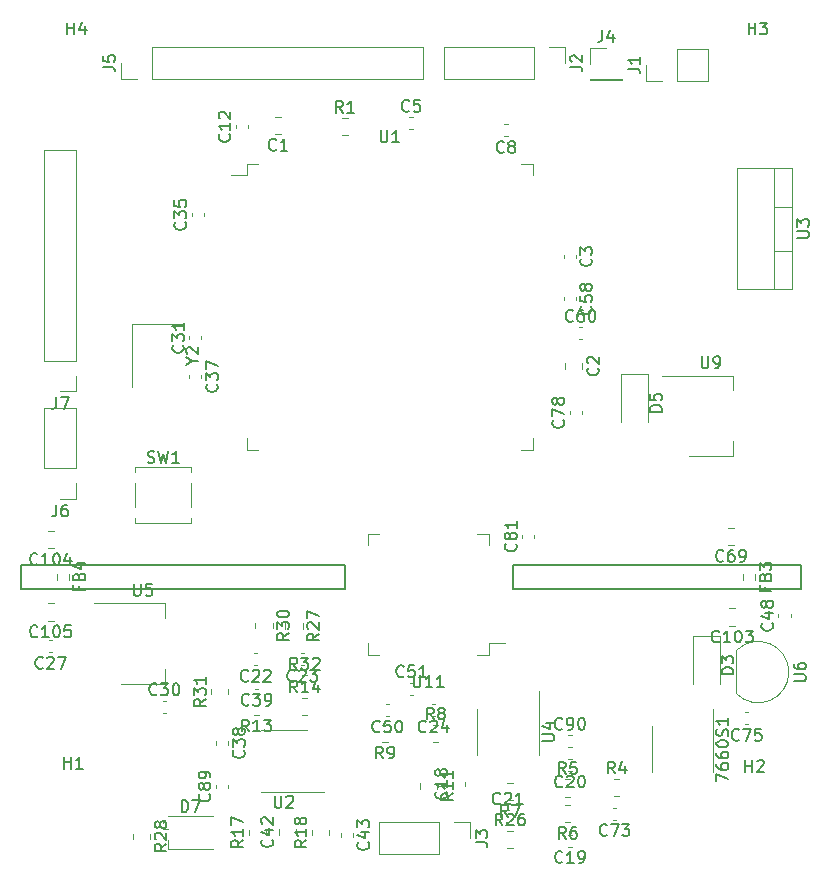
<source format=gbr>
%TF.GenerationSoftware,KiCad,Pcbnew,7.0.2*%
%TF.CreationDate,2023-11-02T12:22:51+01:00*%
%TF.ProjectId,stm_audio_board_V2,73746d5f-6175-4646-996f-5f626f617264,rev?*%
%TF.SameCoordinates,Original*%
%TF.FileFunction,Legend,Top*%
%TF.FilePolarity,Positive*%
%FSLAX46Y46*%
G04 Gerber Fmt 4.6, Leading zero omitted, Abs format (unit mm)*
G04 Created by KiCad (PCBNEW 7.0.2) date 2023-11-02 12:22:51*
%MOMM*%
%LPD*%
G01*
G04 APERTURE LIST*
%ADD10C,0.150000*%
%ADD11C,0.120000*%
G04 APERTURE END LIST*
D10*
X210312000Y-91440000D02*
X210312000Y-93472000D01*
X182880000Y-91440000D02*
X210312000Y-91440000D01*
X224536000Y-93472000D02*
X248920000Y-93472000D01*
X248920000Y-91440000D02*
X224536000Y-91440000D01*
X224536000Y-91440000D02*
X224536000Y-93472000D01*
X210312000Y-93472000D02*
X182880000Y-93472000D01*
X248920000Y-93472000D02*
X248920000Y-91440000D01*
X182880000Y-93472000D02*
X182880000Y-91440000D01*
%TO.C,Y2*%
X197428928Y-74210190D02*
X197905119Y-74210190D01*
X196905119Y-74543523D02*
X197428928Y-74210190D01*
X197428928Y-74210190D02*
X196905119Y-73876857D01*
X197000357Y-73591142D02*
X196952738Y-73543523D01*
X196952738Y-73543523D02*
X196905119Y-73448285D01*
X196905119Y-73448285D02*
X196905119Y-73210190D01*
X196905119Y-73210190D02*
X196952738Y-73114952D01*
X196952738Y-73114952D02*
X197000357Y-73067333D01*
X197000357Y-73067333D02*
X197095595Y-73019714D01*
X197095595Y-73019714D02*
X197190833Y-73019714D01*
X197190833Y-73019714D02*
X197333690Y-73067333D01*
X197333690Y-73067333D02*
X197905119Y-73638761D01*
X197905119Y-73638761D02*
X197905119Y-73019714D01*
%TO.C,C39*%
X202208988Y-103284380D02*
X202161369Y-103332000D01*
X202161369Y-103332000D02*
X202018512Y-103379619D01*
X202018512Y-103379619D02*
X201923274Y-103379619D01*
X201923274Y-103379619D02*
X201780417Y-103332000D01*
X201780417Y-103332000D02*
X201685179Y-103236761D01*
X201685179Y-103236761D02*
X201637560Y-103141523D01*
X201637560Y-103141523D02*
X201589941Y-102951047D01*
X201589941Y-102951047D02*
X201589941Y-102808190D01*
X201589941Y-102808190D02*
X201637560Y-102617714D01*
X201637560Y-102617714D02*
X201685179Y-102522476D01*
X201685179Y-102522476D02*
X201780417Y-102427238D01*
X201780417Y-102427238D02*
X201923274Y-102379619D01*
X201923274Y-102379619D02*
X202018512Y-102379619D01*
X202018512Y-102379619D02*
X202161369Y-102427238D01*
X202161369Y-102427238D02*
X202208988Y-102474857D01*
X202542322Y-102379619D02*
X203161369Y-102379619D01*
X203161369Y-102379619D02*
X202828036Y-102760571D01*
X202828036Y-102760571D02*
X202970893Y-102760571D01*
X202970893Y-102760571D02*
X203066131Y-102808190D01*
X203066131Y-102808190D02*
X203113750Y-102855809D01*
X203113750Y-102855809D02*
X203161369Y-102951047D01*
X203161369Y-102951047D02*
X203161369Y-103189142D01*
X203161369Y-103189142D02*
X203113750Y-103284380D01*
X203113750Y-103284380D02*
X203066131Y-103332000D01*
X203066131Y-103332000D02*
X202970893Y-103379619D01*
X202970893Y-103379619D02*
X202685179Y-103379619D01*
X202685179Y-103379619D02*
X202589941Y-103332000D01*
X202589941Y-103332000D02*
X202542322Y-103284380D01*
X203637560Y-103379619D02*
X203828036Y-103379619D01*
X203828036Y-103379619D02*
X203923274Y-103332000D01*
X203923274Y-103332000D02*
X203970893Y-103284380D01*
X203970893Y-103284380D02*
X204066131Y-103141523D01*
X204066131Y-103141523D02*
X204113750Y-102951047D01*
X204113750Y-102951047D02*
X204113750Y-102570095D01*
X204113750Y-102570095D02*
X204066131Y-102474857D01*
X204066131Y-102474857D02*
X204018512Y-102427238D01*
X204018512Y-102427238D02*
X203923274Y-102379619D01*
X203923274Y-102379619D02*
X203732798Y-102379619D01*
X203732798Y-102379619D02*
X203637560Y-102427238D01*
X203637560Y-102427238D02*
X203589941Y-102474857D01*
X203589941Y-102474857D02*
X203542322Y-102570095D01*
X203542322Y-102570095D02*
X203542322Y-102808190D01*
X203542322Y-102808190D02*
X203589941Y-102903428D01*
X203589941Y-102903428D02*
X203637560Y-102951047D01*
X203637560Y-102951047D02*
X203732798Y-102998666D01*
X203732798Y-102998666D02*
X203923274Y-102998666D01*
X203923274Y-102998666D02*
X204018512Y-102951047D01*
X204018512Y-102951047D02*
X204066131Y-102903428D01*
X204066131Y-102903428D02*
X204113750Y-102808190D01*
%TO.C,C8*%
X223790333Y-56484380D02*
X223742714Y-56532000D01*
X223742714Y-56532000D02*
X223599857Y-56579619D01*
X223599857Y-56579619D02*
X223504619Y-56579619D01*
X223504619Y-56579619D02*
X223361762Y-56532000D01*
X223361762Y-56532000D02*
X223266524Y-56436761D01*
X223266524Y-56436761D02*
X223218905Y-56341523D01*
X223218905Y-56341523D02*
X223171286Y-56151047D01*
X223171286Y-56151047D02*
X223171286Y-56008190D01*
X223171286Y-56008190D02*
X223218905Y-55817714D01*
X223218905Y-55817714D02*
X223266524Y-55722476D01*
X223266524Y-55722476D02*
X223361762Y-55627238D01*
X223361762Y-55627238D02*
X223504619Y-55579619D01*
X223504619Y-55579619D02*
X223599857Y-55579619D01*
X223599857Y-55579619D02*
X223742714Y-55627238D01*
X223742714Y-55627238D02*
X223790333Y-55674857D01*
X224361762Y-56008190D02*
X224266524Y-55960571D01*
X224266524Y-55960571D02*
X224218905Y-55912952D01*
X224218905Y-55912952D02*
X224171286Y-55817714D01*
X224171286Y-55817714D02*
X224171286Y-55770095D01*
X224171286Y-55770095D02*
X224218905Y-55674857D01*
X224218905Y-55674857D02*
X224266524Y-55627238D01*
X224266524Y-55627238D02*
X224361762Y-55579619D01*
X224361762Y-55579619D02*
X224552238Y-55579619D01*
X224552238Y-55579619D02*
X224647476Y-55627238D01*
X224647476Y-55627238D02*
X224695095Y-55674857D01*
X224695095Y-55674857D02*
X224742714Y-55770095D01*
X224742714Y-55770095D02*
X224742714Y-55817714D01*
X224742714Y-55817714D02*
X224695095Y-55912952D01*
X224695095Y-55912952D02*
X224647476Y-55960571D01*
X224647476Y-55960571D02*
X224552238Y-56008190D01*
X224552238Y-56008190D02*
X224361762Y-56008190D01*
X224361762Y-56008190D02*
X224266524Y-56055809D01*
X224266524Y-56055809D02*
X224218905Y-56103428D01*
X224218905Y-56103428D02*
X224171286Y-56198666D01*
X224171286Y-56198666D02*
X224171286Y-56389142D01*
X224171286Y-56389142D02*
X224218905Y-56484380D01*
X224218905Y-56484380D02*
X224266524Y-56532000D01*
X224266524Y-56532000D02*
X224361762Y-56579619D01*
X224361762Y-56579619D02*
X224552238Y-56579619D01*
X224552238Y-56579619D02*
X224647476Y-56532000D01*
X224647476Y-56532000D02*
X224695095Y-56484380D01*
X224695095Y-56484380D02*
X224742714Y-56389142D01*
X224742714Y-56389142D02*
X224742714Y-56198666D01*
X224742714Y-56198666D02*
X224695095Y-56103428D01*
X224695095Y-56103428D02*
X224647476Y-56055809D01*
X224647476Y-56055809D02*
X224552238Y-56008190D01*
%TO.C,R14*%
X206288142Y-102269619D02*
X205954809Y-101793428D01*
X205716714Y-102269619D02*
X205716714Y-101269619D01*
X205716714Y-101269619D02*
X206097666Y-101269619D01*
X206097666Y-101269619D02*
X206192904Y-101317238D01*
X206192904Y-101317238D02*
X206240523Y-101364857D01*
X206240523Y-101364857D02*
X206288142Y-101460095D01*
X206288142Y-101460095D02*
X206288142Y-101602952D01*
X206288142Y-101602952D02*
X206240523Y-101698190D01*
X206240523Y-101698190D02*
X206192904Y-101745809D01*
X206192904Y-101745809D02*
X206097666Y-101793428D01*
X206097666Y-101793428D02*
X205716714Y-101793428D01*
X207240523Y-102269619D02*
X206669095Y-102269619D01*
X206954809Y-102269619D02*
X206954809Y-101269619D01*
X206954809Y-101269619D02*
X206859571Y-101412476D01*
X206859571Y-101412476D02*
X206764333Y-101507714D01*
X206764333Y-101507714D02*
X206669095Y-101555333D01*
X208097666Y-101602952D02*
X208097666Y-102269619D01*
X207859571Y-101222000D02*
X207621476Y-101936285D01*
X207621476Y-101936285D02*
X208240523Y-101936285D01*
%TO.C,C18*%
X218890380Y-110665857D02*
X218938000Y-110713476D01*
X218938000Y-110713476D02*
X218985619Y-110856333D01*
X218985619Y-110856333D02*
X218985619Y-110951571D01*
X218985619Y-110951571D02*
X218938000Y-111094428D01*
X218938000Y-111094428D02*
X218842761Y-111189666D01*
X218842761Y-111189666D02*
X218747523Y-111237285D01*
X218747523Y-111237285D02*
X218557047Y-111284904D01*
X218557047Y-111284904D02*
X218414190Y-111284904D01*
X218414190Y-111284904D02*
X218223714Y-111237285D01*
X218223714Y-111237285D02*
X218128476Y-111189666D01*
X218128476Y-111189666D02*
X218033238Y-111094428D01*
X218033238Y-111094428D02*
X217985619Y-110951571D01*
X217985619Y-110951571D02*
X217985619Y-110856333D01*
X217985619Y-110856333D02*
X218033238Y-110713476D01*
X218033238Y-110713476D02*
X218080857Y-110665857D01*
X218985619Y-109713476D02*
X218985619Y-110284904D01*
X218985619Y-109999190D02*
X217985619Y-109999190D01*
X217985619Y-109999190D02*
X218128476Y-110094428D01*
X218128476Y-110094428D02*
X218223714Y-110189666D01*
X218223714Y-110189666D02*
X218271333Y-110284904D01*
X218414190Y-109142047D02*
X218366571Y-109237285D01*
X218366571Y-109237285D02*
X218318952Y-109284904D01*
X218318952Y-109284904D02*
X218223714Y-109332523D01*
X218223714Y-109332523D02*
X218176095Y-109332523D01*
X218176095Y-109332523D02*
X218080857Y-109284904D01*
X218080857Y-109284904D02*
X218033238Y-109237285D01*
X218033238Y-109237285D02*
X217985619Y-109142047D01*
X217985619Y-109142047D02*
X217985619Y-108951571D01*
X217985619Y-108951571D02*
X218033238Y-108856333D01*
X218033238Y-108856333D02*
X218080857Y-108808714D01*
X218080857Y-108808714D02*
X218176095Y-108761095D01*
X218176095Y-108761095D02*
X218223714Y-108761095D01*
X218223714Y-108761095D02*
X218318952Y-108808714D01*
X218318952Y-108808714D02*
X218366571Y-108856333D01*
X218366571Y-108856333D02*
X218414190Y-108951571D01*
X218414190Y-108951571D02*
X218414190Y-109142047D01*
X218414190Y-109142047D02*
X218461809Y-109237285D01*
X218461809Y-109237285D02*
X218509428Y-109284904D01*
X218509428Y-109284904D02*
X218604666Y-109332523D01*
X218604666Y-109332523D02*
X218795142Y-109332523D01*
X218795142Y-109332523D02*
X218890380Y-109284904D01*
X218890380Y-109284904D02*
X218938000Y-109237285D01*
X218938000Y-109237285D02*
X218985619Y-109142047D01*
X218985619Y-109142047D02*
X218985619Y-108951571D01*
X218985619Y-108951571D02*
X218938000Y-108856333D01*
X218938000Y-108856333D02*
X218890380Y-108808714D01*
X218890380Y-108808714D02*
X218795142Y-108761095D01*
X218795142Y-108761095D02*
X218604666Y-108761095D01*
X218604666Y-108761095D02*
X218509428Y-108808714D01*
X218509428Y-108808714D02*
X218461809Y-108856333D01*
X218461809Y-108856333D02*
X218414190Y-108951571D01*
%TO.C,C38*%
X201756948Y-107181857D02*
X201804568Y-107229476D01*
X201804568Y-107229476D02*
X201852187Y-107372333D01*
X201852187Y-107372333D02*
X201852187Y-107467571D01*
X201852187Y-107467571D02*
X201804568Y-107610428D01*
X201804568Y-107610428D02*
X201709329Y-107705666D01*
X201709329Y-107705666D02*
X201614091Y-107753285D01*
X201614091Y-107753285D02*
X201423615Y-107800904D01*
X201423615Y-107800904D02*
X201280758Y-107800904D01*
X201280758Y-107800904D02*
X201090282Y-107753285D01*
X201090282Y-107753285D02*
X200995044Y-107705666D01*
X200995044Y-107705666D02*
X200899806Y-107610428D01*
X200899806Y-107610428D02*
X200852187Y-107467571D01*
X200852187Y-107467571D02*
X200852187Y-107372333D01*
X200852187Y-107372333D02*
X200899806Y-107229476D01*
X200899806Y-107229476D02*
X200947425Y-107181857D01*
X200852187Y-106848523D02*
X200852187Y-106229476D01*
X200852187Y-106229476D02*
X201233139Y-106562809D01*
X201233139Y-106562809D02*
X201233139Y-106419952D01*
X201233139Y-106419952D02*
X201280758Y-106324714D01*
X201280758Y-106324714D02*
X201328377Y-106277095D01*
X201328377Y-106277095D02*
X201423615Y-106229476D01*
X201423615Y-106229476D02*
X201661710Y-106229476D01*
X201661710Y-106229476D02*
X201756948Y-106277095D01*
X201756948Y-106277095D02*
X201804568Y-106324714D01*
X201804568Y-106324714D02*
X201852187Y-106419952D01*
X201852187Y-106419952D02*
X201852187Y-106705666D01*
X201852187Y-106705666D02*
X201804568Y-106800904D01*
X201804568Y-106800904D02*
X201756948Y-106848523D01*
X201280758Y-105658047D02*
X201233139Y-105753285D01*
X201233139Y-105753285D02*
X201185520Y-105800904D01*
X201185520Y-105800904D02*
X201090282Y-105848523D01*
X201090282Y-105848523D02*
X201042663Y-105848523D01*
X201042663Y-105848523D02*
X200947425Y-105800904D01*
X200947425Y-105800904D02*
X200899806Y-105753285D01*
X200899806Y-105753285D02*
X200852187Y-105658047D01*
X200852187Y-105658047D02*
X200852187Y-105467571D01*
X200852187Y-105467571D02*
X200899806Y-105372333D01*
X200899806Y-105372333D02*
X200947425Y-105324714D01*
X200947425Y-105324714D02*
X201042663Y-105277095D01*
X201042663Y-105277095D02*
X201090282Y-105277095D01*
X201090282Y-105277095D02*
X201185520Y-105324714D01*
X201185520Y-105324714D02*
X201233139Y-105372333D01*
X201233139Y-105372333D02*
X201280758Y-105467571D01*
X201280758Y-105467571D02*
X201280758Y-105658047D01*
X201280758Y-105658047D02*
X201328377Y-105753285D01*
X201328377Y-105753285D02*
X201375996Y-105800904D01*
X201375996Y-105800904D02*
X201471234Y-105848523D01*
X201471234Y-105848523D02*
X201661710Y-105848523D01*
X201661710Y-105848523D02*
X201756948Y-105800904D01*
X201756948Y-105800904D02*
X201804568Y-105753285D01*
X201804568Y-105753285D02*
X201852187Y-105658047D01*
X201852187Y-105658047D02*
X201852187Y-105467571D01*
X201852187Y-105467571D02*
X201804568Y-105372333D01*
X201804568Y-105372333D02*
X201756948Y-105324714D01*
X201756948Y-105324714D02*
X201661710Y-105277095D01*
X201661710Y-105277095D02*
X201471234Y-105277095D01*
X201471234Y-105277095D02*
X201375996Y-105324714D01*
X201375996Y-105324714D02*
X201328377Y-105372333D01*
X201328377Y-105372333D02*
X201280758Y-105467571D01*
%TO.C,H2*%
X244241095Y-108995619D02*
X244241095Y-107995619D01*
X244241095Y-108471809D02*
X244812523Y-108471809D01*
X244812523Y-108995619D02*
X244812523Y-107995619D01*
X245241095Y-108090857D02*
X245288714Y-108043238D01*
X245288714Y-108043238D02*
X245383952Y-107995619D01*
X245383952Y-107995619D02*
X245622047Y-107995619D01*
X245622047Y-107995619D02*
X245717285Y-108043238D01*
X245717285Y-108043238D02*
X245764904Y-108090857D01*
X245764904Y-108090857D02*
X245812523Y-108186095D01*
X245812523Y-108186095D02*
X245812523Y-108281333D01*
X245812523Y-108281333D02*
X245764904Y-108424190D01*
X245764904Y-108424190D02*
X245193476Y-108995619D01*
X245193476Y-108995619D02*
X245812523Y-108995619D01*
%TO.C,C35*%
X196796380Y-62467857D02*
X196844000Y-62515476D01*
X196844000Y-62515476D02*
X196891619Y-62658333D01*
X196891619Y-62658333D02*
X196891619Y-62753571D01*
X196891619Y-62753571D02*
X196844000Y-62896428D01*
X196844000Y-62896428D02*
X196748761Y-62991666D01*
X196748761Y-62991666D02*
X196653523Y-63039285D01*
X196653523Y-63039285D02*
X196463047Y-63086904D01*
X196463047Y-63086904D02*
X196320190Y-63086904D01*
X196320190Y-63086904D02*
X196129714Y-63039285D01*
X196129714Y-63039285D02*
X196034476Y-62991666D01*
X196034476Y-62991666D02*
X195939238Y-62896428D01*
X195939238Y-62896428D02*
X195891619Y-62753571D01*
X195891619Y-62753571D02*
X195891619Y-62658333D01*
X195891619Y-62658333D02*
X195939238Y-62515476D01*
X195939238Y-62515476D02*
X195986857Y-62467857D01*
X195891619Y-62134523D02*
X195891619Y-61515476D01*
X195891619Y-61515476D02*
X196272571Y-61848809D01*
X196272571Y-61848809D02*
X196272571Y-61705952D01*
X196272571Y-61705952D02*
X196320190Y-61610714D01*
X196320190Y-61610714D02*
X196367809Y-61563095D01*
X196367809Y-61563095D02*
X196463047Y-61515476D01*
X196463047Y-61515476D02*
X196701142Y-61515476D01*
X196701142Y-61515476D02*
X196796380Y-61563095D01*
X196796380Y-61563095D02*
X196844000Y-61610714D01*
X196844000Y-61610714D02*
X196891619Y-61705952D01*
X196891619Y-61705952D02*
X196891619Y-61991666D01*
X196891619Y-61991666D02*
X196844000Y-62086904D01*
X196844000Y-62086904D02*
X196796380Y-62134523D01*
X195891619Y-60610714D02*
X195891619Y-61086904D01*
X195891619Y-61086904D02*
X196367809Y-61134523D01*
X196367809Y-61134523D02*
X196320190Y-61086904D01*
X196320190Y-61086904D02*
X196272571Y-60991666D01*
X196272571Y-60991666D02*
X196272571Y-60753571D01*
X196272571Y-60753571D02*
X196320190Y-60658333D01*
X196320190Y-60658333D02*
X196367809Y-60610714D01*
X196367809Y-60610714D02*
X196463047Y-60563095D01*
X196463047Y-60563095D02*
X196701142Y-60563095D01*
X196701142Y-60563095D02*
X196796380Y-60610714D01*
X196796380Y-60610714D02*
X196844000Y-60658333D01*
X196844000Y-60658333D02*
X196891619Y-60753571D01*
X196891619Y-60753571D02*
X196891619Y-60991666D01*
X196891619Y-60991666D02*
X196844000Y-61086904D01*
X196844000Y-61086904D02*
X196796380Y-61134523D01*
%TO.C,C43*%
X212292380Y-114967857D02*
X212340000Y-115015476D01*
X212340000Y-115015476D02*
X212387619Y-115158333D01*
X212387619Y-115158333D02*
X212387619Y-115253571D01*
X212387619Y-115253571D02*
X212340000Y-115396428D01*
X212340000Y-115396428D02*
X212244761Y-115491666D01*
X212244761Y-115491666D02*
X212149523Y-115539285D01*
X212149523Y-115539285D02*
X211959047Y-115586904D01*
X211959047Y-115586904D02*
X211816190Y-115586904D01*
X211816190Y-115586904D02*
X211625714Y-115539285D01*
X211625714Y-115539285D02*
X211530476Y-115491666D01*
X211530476Y-115491666D02*
X211435238Y-115396428D01*
X211435238Y-115396428D02*
X211387619Y-115253571D01*
X211387619Y-115253571D02*
X211387619Y-115158333D01*
X211387619Y-115158333D02*
X211435238Y-115015476D01*
X211435238Y-115015476D02*
X211482857Y-114967857D01*
X211720952Y-114110714D02*
X212387619Y-114110714D01*
X211340000Y-114348809D02*
X212054285Y-114586904D01*
X212054285Y-114586904D02*
X212054285Y-113967857D01*
X211387619Y-113682142D02*
X211387619Y-113063095D01*
X211387619Y-113063095D02*
X211768571Y-113396428D01*
X211768571Y-113396428D02*
X211768571Y-113253571D01*
X211768571Y-113253571D02*
X211816190Y-113158333D01*
X211816190Y-113158333D02*
X211863809Y-113110714D01*
X211863809Y-113110714D02*
X211959047Y-113063095D01*
X211959047Y-113063095D02*
X212197142Y-113063095D01*
X212197142Y-113063095D02*
X212292380Y-113110714D01*
X212292380Y-113110714D02*
X212340000Y-113158333D01*
X212340000Y-113158333D02*
X212387619Y-113253571D01*
X212387619Y-113253571D02*
X212387619Y-113539285D01*
X212387619Y-113539285D02*
X212340000Y-113634523D01*
X212340000Y-113634523D02*
X212292380Y-113682142D01*
%TO.C,U3*%
X248609619Y-63772904D02*
X249419142Y-63772904D01*
X249419142Y-63772904D02*
X249514380Y-63725285D01*
X249514380Y-63725285D02*
X249562000Y-63677666D01*
X249562000Y-63677666D02*
X249609619Y-63582428D01*
X249609619Y-63582428D02*
X249609619Y-63391952D01*
X249609619Y-63391952D02*
X249562000Y-63296714D01*
X249562000Y-63296714D02*
X249514380Y-63249095D01*
X249514380Y-63249095D02*
X249419142Y-63201476D01*
X249419142Y-63201476D02*
X248609619Y-63201476D01*
X248609619Y-62820523D02*
X248609619Y-62201476D01*
X248609619Y-62201476D02*
X248990571Y-62534809D01*
X248990571Y-62534809D02*
X248990571Y-62391952D01*
X248990571Y-62391952D02*
X249038190Y-62296714D01*
X249038190Y-62296714D02*
X249085809Y-62249095D01*
X249085809Y-62249095D02*
X249181047Y-62201476D01*
X249181047Y-62201476D02*
X249419142Y-62201476D01*
X249419142Y-62201476D02*
X249514380Y-62249095D01*
X249514380Y-62249095D02*
X249562000Y-62296714D01*
X249562000Y-62296714D02*
X249609619Y-62391952D01*
X249609619Y-62391952D02*
X249609619Y-62677666D01*
X249609619Y-62677666D02*
X249562000Y-62772904D01*
X249562000Y-62772904D02*
X249514380Y-62820523D01*
%TO.C,C20*%
X228742142Y-110218380D02*
X228694523Y-110266000D01*
X228694523Y-110266000D02*
X228551666Y-110313619D01*
X228551666Y-110313619D02*
X228456428Y-110313619D01*
X228456428Y-110313619D02*
X228313571Y-110266000D01*
X228313571Y-110266000D02*
X228218333Y-110170761D01*
X228218333Y-110170761D02*
X228170714Y-110075523D01*
X228170714Y-110075523D02*
X228123095Y-109885047D01*
X228123095Y-109885047D02*
X228123095Y-109742190D01*
X228123095Y-109742190D02*
X228170714Y-109551714D01*
X228170714Y-109551714D02*
X228218333Y-109456476D01*
X228218333Y-109456476D02*
X228313571Y-109361238D01*
X228313571Y-109361238D02*
X228456428Y-109313619D01*
X228456428Y-109313619D02*
X228551666Y-109313619D01*
X228551666Y-109313619D02*
X228694523Y-109361238D01*
X228694523Y-109361238D02*
X228742142Y-109408857D01*
X229123095Y-109408857D02*
X229170714Y-109361238D01*
X229170714Y-109361238D02*
X229265952Y-109313619D01*
X229265952Y-109313619D02*
X229504047Y-109313619D01*
X229504047Y-109313619D02*
X229599285Y-109361238D01*
X229599285Y-109361238D02*
X229646904Y-109408857D01*
X229646904Y-109408857D02*
X229694523Y-109504095D01*
X229694523Y-109504095D02*
X229694523Y-109599333D01*
X229694523Y-109599333D02*
X229646904Y-109742190D01*
X229646904Y-109742190D02*
X229075476Y-110313619D01*
X229075476Y-110313619D02*
X229694523Y-110313619D01*
X230313571Y-109313619D02*
X230408809Y-109313619D01*
X230408809Y-109313619D02*
X230504047Y-109361238D01*
X230504047Y-109361238D02*
X230551666Y-109408857D01*
X230551666Y-109408857D02*
X230599285Y-109504095D01*
X230599285Y-109504095D02*
X230646904Y-109694571D01*
X230646904Y-109694571D02*
X230646904Y-109932666D01*
X230646904Y-109932666D02*
X230599285Y-110123142D01*
X230599285Y-110123142D02*
X230551666Y-110218380D01*
X230551666Y-110218380D02*
X230504047Y-110266000D01*
X230504047Y-110266000D02*
X230408809Y-110313619D01*
X230408809Y-110313619D02*
X230313571Y-110313619D01*
X230313571Y-110313619D02*
X230218333Y-110266000D01*
X230218333Y-110266000D02*
X230170714Y-110218380D01*
X230170714Y-110218380D02*
X230123095Y-110123142D01*
X230123095Y-110123142D02*
X230075476Y-109932666D01*
X230075476Y-109932666D02*
X230075476Y-109694571D01*
X230075476Y-109694571D02*
X230123095Y-109504095D01*
X230123095Y-109504095D02*
X230170714Y-109408857D01*
X230170714Y-109408857D02*
X230218333Y-109361238D01*
X230218333Y-109361238D02*
X230313571Y-109313619D01*
%TO.C,C69*%
X242378142Y-91104380D02*
X242330523Y-91152000D01*
X242330523Y-91152000D02*
X242187666Y-91199619D01*
X242187666Y-91199619D02*
X242092428Y-91199619D01*
X242092428Y-91199619D02*
X241949571Y-91152000D01*
X241949571Y-91152000D02*
X241854333Y-91056761D01*
X241854333Y-91056761D02*
X241806714Y-90961523D01*
X241806714Y-90961523D02*
X241759095Y-90771047D01*
X241759095Y-90771047D02*
X241759095Y-90628190D01*
X241759095Y-90628190D02*
X241806714Y-90437714D01*
X241806714Y-90437714D02*
X241854333Y-90342476D01*
X241854333Y-90342476D02*
X241949571Y-90247238D01*
X241949571Y-90247238D02*
X242092428Y-90199619D01*
X242092428Y-90199619D02*
X242187666Y-90199619D01*
X242187666Y-90199619D02*
X242330523Y-90247238D01*
X242330523Y-90247238D02*
X242378142Y-90294857D01*
X243235285Y-90199619D02*
X243044809Y-90199619D01*
X243044809Y-90199619D02*
X242949571Y-90247238D01*
X242949571Y-90247238D02*
X242901952Y-90294857D01*
X242901952Y-90294857D02*
X242806714Y-90437714D01*
X242806714Y-90437714D02*
X242759095Y-90628190D01*
X242759095Y-90628190D02*
X242759095Y-91009142D01*
X242759095Y-91009142D02*
X242806714Y-91104380D01*
X242806714Y-91104380D02*
X242854333Y-91152000D01*
X242854333Y-91152000D02*
X242949571Y-91199619D01*
X242949571Y-91199619D02*
X243140047Y-91199619D01*
X243140047Y-91199619D02*
X243235285Y-91152000D01*
X243235285Y-91152000D02*
X243282904Y-91104380D01*
X243282904Y-91104380D02*
X243330523Y-91009142D01*
X243330523Y-91009142D02*
X243330523Y-90771047D01*
X243330523Y-90771047D02*
X243282904Y-90675809D01*
X243282904Y-90675809D02*
X243235285Y-90628190D01*
X243235285Y-90628190D02*
X243140047Y-90580571D01*
X243140047Y-90580571D02*
X242949571Y-90580571D01*
X242949571Y-90580571D02*
X242854333Y-90628190D01*
X242854333Y-90628190D02*
X242806714Y-90675809D01*
X242806714Y-90675809D02*
X242759095Y-90771047D01*
X243806714Y-91199619D02*
X243997190Y-91199619D01*
X243997190Y-91199619D02*
X244092428Y-91152000D01*
X244092428Y-91152000D02*
X244140047Y-91104380D01*
X244140047Y-91104380D02*
X244235285Y-90961523D01*
X244235285Y-90961523D02*
X244282904Y-90771047D01*
X244282904Y-90771047D02*
X244282904Y-90390095D01*
X244282904Y-90390095D02*
X244235285Y-90294857D01*
X244235285Y-90294857D02*
X244187666Y-90247238D01*
X244187666Y-90247238D02*
X244092428Y-90199619D01*
X244092428Y-90199619D02*
X243901952Y-90199619D01*
X243901952Y-90199619D02*
X243806714Y-90247238D01*
X243806714Y-90247238D02*
X243759095Y-90294857D01*
X243759095Y-90294857D02*
X243711476Y-90390095D01*
X243711476Y-90390095D02*
X243711476Y-90628190D01*
X243711476Y-90628190D02*
X243759095Y-90723428D01*
X243759095Y-90723428D02*
X243806714Y-90771047D01*
X243806714Y-90771047D02*
X243901952Y-90818666D01*
X243901952Y-90818666D02*
X244092428Y-90818666D01*
X244092428Y-90818666D02*
X244187666Y-90771047D01*
X244187666Y-90771047D02*
X244235285Y-90723428D01*
X244235285Y-90723428D02*
X244282904Y-90628190D01*
%TO.C,C23*%
X206088142Y-101252380D02*
X206040523Y-101300000D01*
X206040523Y-101300000D02*
X205897666Y-101347619D01*
X205897666Y-101347619D02*
X205802428Y-101347619D01*
X205802428Y-101347619D02*
X205659571Y-101300000D01*
X205659571Y-101300000D02*
X205564333Y-101204761D01*
X205564333Y-101204761D02*
X205516714Y-101109523D01*
X205516714Y-101109523D02*
X205469095Y-100919047D01*
X205469095Y-100919047D02*
X205469095Y-100776190D01*
X205469095Y-100776190D02*
X205516714Y-100585714D01*
X205516714Y-100585714D02*
X205564333Y-100490476D01*
X205564333Y-100490476D02*
X205659571Y-100395238D01*
X205659571Y-100395238D02*
X205802428Y-100347619D01*
X205802428Y-100347619D02*
X205897666Y-100347619D01*
X205897666Y-100347619D02*
X206040523Y-100395238D01*
X206040523Y-100395238D02*
X206088142Y-100442857D01*
X206469095Y-100442857D02*
X206516714Y-100395238D01*
X206516714Y-100395238D02*
X206611952Y-100347619D01*
X206611952Y-100347619D02*
X206850047Y-100347619D01*
X206850047Y-100347619D02*
X206945285Y-100395238D01*
X206945285Y-100395238D02*
X206992904Y-100442857D01*
X206992904Y-100442857D02*
X207040523Y-100538095D01*
X207040523Y-100538095D02*
X207040523Y-100633333D01*
X207040523Y-100633333D02*
X206992904Y-100776190D01*
X206992904Y-100776190D02*
X206421476Y-101347619D01*
X206421476Y-101347619D02*
X207040523Y-101347619D01*
X207373857Y-100347619D02*
X207992904Y-100347619D01*
X207992904Y-100347619D02*
X207659571Y-100728571D01*
X207659571Y-100728571D02*
X207802428Y-100728571D01*
X207802428Y-100728571D02*
X207897666Y-100776190D01*
X207897666Y-100776190D02*
X207945285Y-100823809D01*
X207945285Y-100823809D02*
X207992904Y-100919047D01*
X207992904Y-100919047D02*
X207992904Y-101157142D01*
X207992904Y-101157142D02*
X207945285Y-101252380D01*
X207945285Y-101252380D02*
X207897666Y-101300000D01*
X207897666Y-101300000D02*
X207802428Y-101347619D01*
X207802428Y-101347619D02*
X207516714Y-101347619D01*
X207516714Y-101347619D02*
X207421476Y-101300000D01*
X207421476Y-101300000D02*
X207373857Y-101252380D01*
%TO.C,R4*%
X233186333Y-109125619D02*
X232853000Y-108649428D01*
X232614905Y-109125619D02*
X232614905Y-108125619D01*
X232614905Y-108125619D02*
X232995857Y-108125619D01*
X232995857Y-108125619D02*
X233091095Y-108173238D01*
X233091095Y-108173238D02*
X233138714Y-108220857D01*
X233138714Y-108220857D02*
X233186333Y-108316095D01*
X233186333Y-108316095D02*
X233186333Y-108458952D01*
X233186333Y-108458952D02*
X233138714Y-108554190D01*
X233138714Y-108554190D02*
X233091095Y-108601809D01*
X233091095Y-108601809D02*
X232995857Y-108649428D01*
X232995857Y-108649428D02*
X232614905Y-108649428D01*
X234043476Y-108458952D02*
X234043476Y-109125619D01*
X233805381Y-108078000D02*
X233567286Y-108792285D01*
X233567286Y-108792285D02*
X234186333Y-108792285D01*
%TO.C,U6*%
X248347619Y-101306904D02*
X249157142Y-101306904D01*
X249157142Y-101306904D02*
X249252380Y-101259285D01*
X249252380Y-101259285D02*
X249300000Y-101211666D01*
X249300000Y-101211666D02*
X249347619Y-101116428D01*
X249347619Y-101116428D02*
X249347619Y-100925952D01*
X249347619Y-100925952D02*
X249300000Y-100830714D01*
X249300000Y-100830714D02*
X249252380Y-100783095D01*
X249252380Y-100783095D02*
X249157142Y-100735476D01*
X249157142Y-100735476D02*
X248347619Y-100735476D01*
X248347619Y-99830714D02*
X248347619Y-100021190D01*
X248347619Y-100021190D02*
X248395238Y-100116428D01*
X248395238Y-100116428D02*
X248442857Y-100164047D01*
X248442857Y-100164047D02*
X248585714Y-100259285D01*
X248585714Y-100259285D02*
X248776190Y-100306904D01*
X248776190Y-100306904D02*
X249157142Y-100306904D01*
X249157142Y-100306904D02*
X249252380Y-100259285D01*
X249252380Y-100259285D02*
X249300000Y-100211666D01*
X249300000Y-100211666D02*
X249347619Y-100116428D01*
X249347619Y-100116428D02*
X249347619Y-99925952D01*
X249347619Y-99925952D02*
X249300000Y-99830714D01*
X249300000Y-99830714D02*
X249252380Y-99783095D01*
X249252380Y-99783095D02*
X249157142Y-99735476D01*
X249157142Y-99735476D02*
X248919047Y-99735476D01*
X248919047Y-99735476D02*
X248823809Y-99783095D01*
X248823809Y-99783095D02*
X248776190Y-99830714D01*
X248776190Y-99830714D02*
X248728571Y-99925952D01*
X248728571Y-99925952D02*
X248728571Y-100116428D01*
X248728571Y-100116428D02*
X248776190Y-100211666D01*
X248776190Y-100211666D02*
X248823809Y-100259285D01*
X248823809Y-100259285D02*
X248919047Y-100306904D01*
%TO.C,C81*%
X224780380Y-89693857D02*
X224828000Y-89741476D01*
X224828000Y-89741476D02*
X224875619Y-89884333D01*
X224875619Y-89884333D02*
X224875619Y-89979571D01*
X224875619Y-89979571D02*
X224828000Y-90122428D01*
X224828000Y-90122428D02*
X224732761Y-90217666D01*
X224732761Y-90217666D02*
X224637523Y-90265285D01*
X224637523Y-90265285D02*
X224447047Y-90312904D01*
X224447047Y-90312904D02*
X224304190Y-90312904D01*
X224304190Y-90312904D02*
X224113714Y-90265285D01*
X224113714Y-90265285D02*
X224018476Y-90217666D01*
X224018476Y-90217666D02*
X223923238Y-90122428D01*
X223923238Y-90122428D02*
X223875619Y-89979571D01*
X223875619Y-89979571D02*
X223875619Y-89884333D01*
X223875619Y-89884333D02*
X223923238Y-89741476D01*
X223923238Y-89741476D02*
X223970857Y-89693857D01*
X224304190Y-89122428D02*
X224256571Y-89217666D01*
X224256571Y-89217666D02*
X224208952Y-89265285D01*
X224208952Y-89265285D02*
X224113714Y-89312904D01*
X224113714Y-89312904D02*
X224066095Y-89312904D01*
X224066095Y-89312904D02*
X223970857Y-89265285D01*
X223970857Y-89265285D02*
X223923238Y-89217666D01*
X223923238Y-89217666D02*
X223875619Y-89122428D01*
X223875619Y-89122428D02*
X223875619Y-88931952D01*
X223875619Y-88931952D02*
X223923238Y-88836714D01*
X223923238Y-88836714D02*
X223970857Y-88789095D01*
X223970857Y-88789095D02*
X224066095Y-88741476D01*
X224066095Y-88741476D02*
X224113714Y-88741476D01*
X224113714Y-88741476D02*
X224208952Y-88789095D01*
X224208952Y-88789095D02*
X224256571Y-88836714D01*
X224256571Y-88836714D02*
X224304190Y-88931952D01*
X224304190Y-88931952D02*
X224304190Y-89122428D01*
X224304190Y-89122428D02*
X224351809Y-89217666D01*
X224351809Y-89217666D02*
X224399428Y-89265285D01*
X224399428Y-89265285D02*
X224494666Y-89312904D01*
X224494666Y-89312904D02*
X224685142Y-89312904D01*
X224685142Y-89312904D02*
X224780380Y-89265285D01*
X224780380Y-89265285D02*
X224828000Y-89217666D01*
X224828000Y-89217666D02*
X224875619Y-89122428D01*
X224875619Y-89122428D02*
X224875619Y-88931952D01*
X224875619Y-88931952D02*
X224828000Y-88836714D01*
X224828000Y-88836714D02*
X224780380Y-88789095D01*
X224780380Y-88789095D02*
X224685142Y-88741476D01*
X224685142Y-88741476D02*
X224494666Y-88741476D01*
X224494666Y-88741476D02*
X224399428Y-88789095D01*
X224399428Y-88789095D02*
X224351809Y-88836714D01*
X224351809Y-88836714D02*
X224304190Y-88931952D01*
X224875619Y-87789095D02*
X224875619Y-88360523D01*
X224875619Y-88074809D02*
X223875619Y-88074809D01*
X223875619Y-88074809D02*
X224018476Y-88170047D01*
X224018476Y-88170047D02*
X224113714Y-88265285D01*
X224113714Y-88265285D02*
X224161333Y-88360523D01*
%TO.C,U2*%
X204385095Y-111023619D02*
X204385095Y-111833142D01*
X204385095Y-111833142D02*
X204432714Y-111928380D01*
X204432714Y-111928380D02*
X204480333Y-111976000D01*
X204480333Y-111976000D02*
X204575571Y-112023619D01*
X204575571Y-112023619D02*
X204766047Y-112023619D01*
X204766047Y-112023619D02*
X204861285Y-111976000D01*
X204861285Y-111976000D02*
X204908904Y-111928380D01*
X204908904Y-111928380D02*
X204956523Y-111833142D01*
X204956523Y-111833142D02*
X204956523Y-111023619D01*
X205385095Y-111118857D02*
X205432714Y-111071238D01*
X205432714Y-111071238D02*
X205527952Y-111023619D01*
X205527952Y-111023619D02*
X205766047Y-111023619D01*
X205766047Y-111023619D02*
X205861285Y-111071238D01*
X205861285Y-111071238D02*
X205908904Y-111118857D01*
X205908904Y-111118857D02*
X205956523Y-111214095D01*
X205956523Y-111214095D02*
X205956523Y-111309333D01*
X205956523Y-111309333D02*
X205908904Y-111452190D01*
X205908904Y-111452190D02*
X205337476Y-112023619D01*
X205337476Y-112023619D02*
X205956523Y-112023619D01*
%TO.C,C58*%
X231152380Y-69579857D02*
X231200000Y-69627476D01*
X231200000Y-69627476D02*
X231247619Y-69770333D01*
X231247619Y-69770333D02*
X231247619Y-69865571D01*
X231247619Y-69865571D02*
X231200000Y-70008428D01*
X231200000Y-70008428D02*
X231104761Y-70103666D01*
X231104761Y-70103666D02*
X231009523Y-70151285D01*
X231009523Y-70151285D02*
X230819047Y-70198904D01*
X230819047Y-70198904D02*
X230676190Y-70198904D01*
X230676190Y-70198904D02*
X230485714Y-70151285D01*
X230485714Y-70151285D02*
X230390476Y-70103666D01*
X230390476Y-70103666D02*
X230295238Y-70008428D01*
X230295238Y-70008428D02*
X230247619Y-69865571D01*
X230247619Y-69865571D02*
X230247619Y-69770333D01*
X230247619Y-69770333D02*
X230295238Y-69627476D01*
X230295238Y-69627476D02*
X230342857Y-69579857D01*
X230247619Y-68675095D02*
X230247619Y-69151285D01*
X230247619Y-69151285D02*
X230723809Y-69198904D01*
X230723809Y-69198904D02*
X230676190Y-69151285D01*
X230676190Y-69151285D02*
X230628571Y-69056047D01*
X230628571Y-69056047D02*
X230628571Y-68817952D01*
X230628571Y-68817952D02*
X230676190Y-68722714D01*
X230676190Y-68722714D02*
X230723809Y-68675095D01*
X230723809Y-68675095D02*
X230819047Y-68627476D01*
X230819047Y-68627476D02*
X231057142Y-68627476D01*
X231057142Y-68627476D02*
X231152380Y-68675095D01*
X231152380Y-68675095D02*
X231200000Y-68722714D01*
X231200000Y-68722714D02*
X231247619Y-68817952D01*
X231247619Y-68817952D02*
X231247619Y-69056047D01*
X231247619Y-69056047D02*
X231200000Y-69151285D01*
X231200000Y-69151285D02*
X231152380Y-69198904D01*
X230676190Y-68056047D02*
X230628571Y-68151285D01*
X230628571Y-68151285D02*
X230580952Y-68198904D01*
X230580952Y-68198904D02*
X230485714Y-68246523D01*
X230485714Y-68246523D02*
X230438095Y-68246523D01*
X230438095Y-68246523D02*
X230342857Y-68198904D01*
X230342857Y-68198904D02*
X230295238Y-68151285D01*
X230295238Y-68151285D02*
X230247619Y-68056047D01*
X230247619Y-68056047D02*
X230247619Y-67865571D01*
X230247619Y-67865571D02*
X230295238Y-67770333D01*
X230295238Y-67770333D02*
X230342857Y-67722714D01*
X230342857Y-67722714D02*
X230438095Y-67675095D01*
X230438095Y-67675095D02*
X230485714Y-67675095D01*
X230485714Y-67675095D02*
X230580952Y-67722714D01*
X230580952Y-67722714D02*
X230628571Y-67770333D01*
X230628571Y-67770333D02*
X230676190Y-67865571D01*
X230676190Y-67865571D02*
X230676190Y-68056047D01*
X230676190Y-68056047D02*
X230723809Y-68151285D01*
X230723809Y-68151285D02*
X230771428Y-68198904D01*
X230771428Y-68198904D02*
X230866666Y-68246523D01*
X230866666Y-68246523D02*
X231057142Y-68246523D01*
X231057142Y-68246523D02*
X231152380Y-68198904D01*
X231152380Y-68198904D02*
X231200000Y-68151285D01*
X231200000Y-68151285D02*
X231247619Y-68056047D01*
X231247619Y-68056047D02*
X231247619Y-67865571D01*
X231247619Y-67865571D02*
X231200000Y-67770333D01*
X231200000Y-67770333D02*
X231152380Y-67722714D01*
X231152380Y-67722714D02*
X231057142Y-67675095D01*
X231057142Y-67675095D02*
X230866666Y-67675095D01*
X230866666Y-67675095D02*
X230771428Y-67722714D01*
X230771428Y-67722714D02*
X230723809Y-67770333D01*
X230723809Y-67770333D02*
X230676190Y-67865571D01*
%TO.C,U4*%
X227055619Y-106370904D02*
X227865142Y-106370904D01*
X227865142Y-106370904D02*
X227960380Y-106323285D01*
X227960380Y-106323285D02*
X228008000Y-106275666D01*
X228008000Y-106275666D02*
X228055619Y-106180428D01*
X228055619Y-106180428D02*
X228055619Y-105989952D01*
X228055619Y-105989952D02*
X228008000Y-105894714D01*
X228008000Y-105894714D02*
X227960380Y-105847095D01*
X227960380Y-105847095D02*
X227865142Y-105799476D01*
X227865142Y-105799476D02*
X227055619Y-105799476D01*
X227388952Y-104894714D02*
X228055619Y-104894714D01*
X227008000Y-105132809D02*
X227722285Y-105370904D01*
X227722285Y-105370904D02*
X227722285Y-104751857D01*
%TO.C,D5*%
X237157619Y-78482094D02*
X236157619Y-78482094D01*
X236157619Y-78482094D02*
X236157619Y-78243999D01*
X236157619Y-78243999D02*
X236205238Y-78101142D01*
X236205238Y-78101142D02*
X236300476Y-78005904D01*
X236300476Y-78005904D02*
X236395714Y-77958285D01*
X236395714Y-77958285D02*
X236586190Y-77910666D01*
X236586190Y-77910666D02*
X236729047Y-77910666D01*
X236729047Y-77910666D02*
X236919523Y-77958285D01*
X236919523Y-77958285D02*
X237014761Y-78005904D01*
X237014761Y-78005904D02*
X237110000Y-78101142D01*
X237110000Y-78101142D02*
X237157619Y-78243999D01*
X237157619Y-78243999D02*
X237157619Y-78482094D01*
X236157619Y-77005904D02*
X236157619Y-77482094D01*
X236157619Y-77482094D02*
X236633809Y-77529713D01*
X236633809Y-77529713D02*
X236586190Y-77482094D01*
X236586190Y-77482094D02*
X236538571Y-77386856D01*
X236538571Y-77386856D02*
X236538571Y-77148761D01*
X236538571Y-77148761D02*
X236586190Y-77053523D01*
X236586190Y-77053523D02*
X236633809Y-77005904D01*
X236633809Y-77005904D02*
X236729047Y-76958285D01*
X236729047Y-76958285D02*
X236967142Y-76958285D01*
X236967142Y-76958285D02*
X237062380Y-77005904D01*
X237062380Y-77005904D02*
X237110000Y-77053523D01*
X237110000Y-77053523D02*
X237157619Y-77148761D01*
X237157619Y-77148761D02*
X237157619Y-77386856D01*
X237157619Y-77386856D02*
X237110000Y-77482094D01*
X237110000Y-77482094D02*
X237062380Y-77529713D01*
%TO.C,C27*%
X184754142Y-100162380D02*
X184706523Y-100210000D01*
X184706523Y-100210000D02*
X184563666Y-100257619D01*
X184563666Y-100257619D02*
X184468428Y-100257619D01*
X184468428Y-100257619D02*
X184325571Y-100210000D01*
X184325571Y-100210000D02*
X184230333Y-100114761D01*
X184230333Y-100114761D02*
X184182714Y-100019523D01*
X184182714Y-100019523D02*
X184135095Y-99829047D01*
X184135095Y-99829047D02*
X184135095Y-99686190D01*
X184135095Y-99686190D02*
X184182714Y-99495714D01*
X184182714Y-99495714D02*
X184230333Y-99400476D01*
X184230333Y-99400476D02*
X184325571Y-99305238D01*
X184325571Y-99305238D02*
X184468428Y-99257619D01*
X184468428Y-99257619D02*
X184563666Y-99257619D01*
X184563666Y-99257619D02*
X184706523Y-99305238D01*
X184706523Y-99305238D02*
X184754142Y-99352857D01*
X185135095Y-99352857D02*
X185182714Y-99305238D01*
X185182714Y-99305238D02*
X185277952Y-99257619D01*
X185277952Y-99257619D02*
X185516047Y-99257619D01*
X185516047Y-99257619D02*
X185611285Y-99305238D01*
X185611285Y-99305238D02*
X185658904Y-99352857D01*
X185658904Y-99352857D02*
X185706523Y-99448095D01*
X185706523Y-99448095D02*
X185706523Y-99543333D01*
X185706523Y-99543333D02*
X185658904Y-99686190D01*
X185658904Y-99686190D02*
X185087476Y-100257619D01*
X185087476Y-100257619D02*
X185706523Y-100257619D01*
X186039857Y-99257619D02*
X186706523Y-99257619D01*
X186706523Y-99257619D02*
X186277952Y-100257619D01*
%TO.C,C30*%
X194406142Y-102412380D02*
X194358523Y-102460000D01*
X194358523Y-102460000D02*
X194215666Y-102507619D01*
X194215666Y-102507619D02*
X194120428Y-102507619D01*
X194120428Y-102507619D02*
X193977571Y-102460000D01*
X193977571Y-102460000D02*
X193882333Y-102364761D01*
X193882333Y-102364761D02*
X193834714Y-102269523D01*
X193834714Y-102269523D02*
X193787095Y-102079047D01*
X193787095Y-102079047D02*
X193787095Y-101936190D01*
X193787095Y-101936190D02*
X193834714Y-101745714D01*
X193834714Y-101745714D02*
X193882333Y-101650476D01*
X193882333Y-101650476D02*
X193977571Y-101555238D01*
X193977571Y-101555238D02*
X194120428Y-101507619D01*
X194120428Y-101507619D02*
X194215666Y-101507619D01*
X194215666Y-101507619D02*
X194358523Y-101555238D01*
X194358523Y-101555238D02*
X194406142Y-101602857D01*
X194739476Y-101507619D02*
X195358523Y-101507619D01*
X195358523Y-101507619D02*
X195025190Y-101888571D01*
X195025190Y-101888571D02*
X195168047Y-101888571D01*
X195168047Y-101888571D02*
X195263285Y-101936190D01*
X195263285Y-101936190D02*
X195310904Y-101983809D01*
X195310904Y-101983809D02*
X195358523Y-102079047D01*
X195358523Y-102079047D02*
X195358523Y-102317142D01*
X195358523Y-102317142D02*
X195310904Y-102412380D01*
X195310904Y-102412380D02*
X195263285Y-102460000D01*
X195263285Y-102460000D02*
X195168047Y-102507619D01*
X195168047Y-102507619D02*
X194882333Y-102507619D01*
X194882333Y-102507619D02*
X194787095Y-102460000D01*
X194787095Y-102460000D02*
X194739476Y-102412380D01*
X195977571Y-101507619D02*
X196072809Y-101507619D01*
X196072809Y-101507619D02*
X196168047Y-101555238D01*
X196168047Y-101555238D02*
X196215666Y-101602857D01*
X196215666Y-101602857D02*
X196263285Y-101698095D01*
X196263285Y-101698095D02*
X196310904Y-101888571D01*
X196310904Y-101888571D02*
X196310904Y-102126666D01*
X196310904Y-102126666D02*
X196263285Y-102317142D01*
X196263285Y-102317142D02*
X196215666Y-102412380D01*
X196215666Y-102412380D02*
X196168047Y-102460000D01*
X196168047Y-102460000D02*
X196072809Y-102507619D01*
X196072809Y-102507619D02*
X195977571Y-102507619D01*
X195977571Y-102507619D02*
X195882333Y-102460000D01*
X195882333Y-102460000D02*
X195834714Y-102412380D01*
X195834714Y-102412380D02*
X195787095Y-102317142D01*
X195787095Y-102317142D02*
X195739476Y-102126666D01*
X195739476Y-102126666D02*
X195739476Y-101888571D01*
X195739476Y-101888571D02*
X195787095Y-101698095D01*
X195787095Y-101698095D02*
X195834714Y-101602857D01*
X195834714Y-101602857D02*
X195882333Y-101555238D01*
X195882333Y-101555238D02*
X195977571Y-101507619D01*
%TO.C,C22*%
X202143296Y-101252380D02*
X202095677Y-101300000D01*
X202095677Y-101300000D02*
X201952820Y-101347619D01*
X201952820Y-101347619D02*
X201857582Y-101347619D01*
X201857582Y-101347619D02*
X201714725Y-101300000D01*
X201714725Y-101300000D02*
X201619487Y-101204761D01*
X201619487Y-101204761D02*
X201571868Y-101109523D01*
X201571868Y-101109523D02*
X201524249Y-100919047D01*
X201524249Y-100919047D02*
X201524249Y-100776190D01*
X201524249Y-100776190D02*
X201571868Y-100585714D01*
X201571868Y-100585714D02*
X201619487Y-100490476D01*
X201619487Y-100490476D02*
X201714725Y-100395238D01*
X201714725Y-100395238D02*
X201857582Y-100347619D01*
X201857582Y-100347619D02*
X201952820Y-100347619D01*
X201952820Y-100347619D02*
X202095677Y-100395238D01*
X202095677Y-100395238D02*
X202143296Y-100442857D01*
X202524249Y-100442857D02*
X202571868Y-100395238D01*
X202571868Y-100395238D02*
X202667106Y-100347619D01*
X202667106Y-100347619D02*
X202905201Y-100347619D01*
X202905201Y-100347619D02*
X203000439Y-100395238D01*
X203000439Y-100395238D02*
X203048058Y-100442857D01*
X203048058Y-100442857D02*
X203095677Y-100538095D01*
X203095677Y-100538095D02*
X203095677Y-100633333D01*
X203095677Y-100633333D02*
X203048058Y-100776190D01*
X203048058Y-100776190D02*
X202476630Y-101347619D01*
X202476630Y-101347619D02*
X203095677Y-101347619D01*
X203476630Y-100442857D02*
X203524249Y-100395238D01*
X203524249Y-100395238D02*
X203619487Y-100347619D01*
X203619487Y-100347619D02*
X203857582Y-100347619D01*
X203857582Y-100347619D02*
X203952820Y-100395238D01*
X203952820Y-100395238D02*
X204000439Y-100442857D01*
X204000439Y-100442857D02*
X204048058Y-100538095D01*
X204048058Y-100538095D02*
X204048058Y-100633333D01*
X204048058Y-100633333D02*
X204000439Y-100776190D01*
X204000439Y-100776190D02*
X203429011Y-101347619D01*
X203429011Y-101347619D02*
X204048058Y-101347619D01*
%TO.C,J4*%
X232123666Y-46201619D02*
X232123666Y-46915904D01*
X232123666Y-46915904D02*
X232076047Y-47058761D01*
X232076047Y-47058761D02*
X231980809Y-47154000D01*
X231980809Y-47154000D02*
X231837952Y-47201619D01*
X231837952Y-47201619D02*
X231742714Y-47201619D01*
X233028428Y-46534952D02*
X233028428Y-47201619D01*
X232790333Y-46154000D02*
X232552238Y-46868285D01*
X232552238Y-46868285D02*
X233171285Y-46868285D01*
%TO.C,C48*%
X246492380Y-96410333D02*
X246540000Y-96457952D01*
X246540000Y-96457952D02*
X246587619Y-96600809D01*
X246587619Y-96600809D02*
X246587619Y-96696047D01*
X246587619Y-96696047D02*
X246540000Y-96838904D01*
X246540000Y-96838904D02*
X246444761Y-96934142D01*
X246444761Y-96934142D02*
X246349523Y-96981761D01*
X246349523Y-96981761D02*
X246159047Y-97029380D01*
X246159047Y-97029380D02*
X246016190Y-97029380D01*
X246016190Y-97029380D02*
X245825714Y-96981761D01*
X245825714Y-96981761D02*
X245730476Y-96934142D01*
X245730476Y-96934142D02*
X245635238Y-96838904D01*
X245635238Y-96838904D02*
X245587619Y-96696047D01*
X245587619Y-96696047D02*
X245587619Y-96600809D01*
X245587619Y-96600809D02*
X245635238Y-96457952D01*
X245635238Y-96457952D02*
X245682857Y-96410333D01*
X245920952Y-95553190D02*
X246587619Y-95553190D01*
X245540000Y-95791285D02*
X246254285Y-96029380D01*
X246254285Y-96029380D02*
X246254285Y-95410333D01*
X246016190Y-94886523D02*
X245968571Y-94981761D01*
X245968571Y-94981761D02*
X245920952Y-95029380D01*
X245920952Y-95029380D02*
X245825714Y-95076999D01*
X245825714Y-95076999D02*
X245778095Y-95076999D01*
X245778095Y-95076999D02*
X245682857Y-95029380D01*
X245682857Y-95029380D02*
X245635238Y-94981761D01*
X245635238Y-94981761D02*
X245587619Y-94886523D01*
X245587619Y-94886523D02*
X245587619Y-94696047D01*
X245587619Y-94696047D02*
X245635238Y-94600809D01*
X245635238Y-94600809D02*
X245682857Y-94553190D01*
X245682857Y-94553190D02*
X245778095Y-94505571D01*
X245778095Y-94505571D02*
X245825714Y-94505571D01*
X245825714Y-94505571D02*
X245920952Y-94553190D01*
X245920952Y-94553190D02*
X245968571Y-94600809D01*
X245968571Y-94600809D02*
X246016190Y-94696047D01*
X246016190Y-94696047D02*
X246016190Y-94886523D01*
X246016190Y-94886523D02*
X246063809Y-94981761D01*
X246063809Y-94981761D02*
X246111428Y-95029380D01*
X246111428Y-95029380D02*
X246206666Y-95076999D01*
X246206666Y-95076999D02*
X246397142Y-95076999D01*
X246397142Y-95076999D02*
X246492380Y-95029380D01*
X246492380Y-95029380D02*
X246540000Y-94981761D01*
X246540000Y-94981761D02*
X246587619Y-94886523D01*
X246587619Y-94886523D02*
X246587619Y-94696047D01*
X246587619Y-94696047D02*
X246540000Y-94600809D01*
X246540000Y-94600809D02*
X246492380Y-94553190D01*
X246492380Y-94553190D02*
X246397142Y-94505571D01*
X246397142Y-94505571D02*
X246206666Y-94505571D01*
X246206666Y-94505571D02*
X246111428Y-94553190D01*
X246111428Y-94553190D02*
X246063809Y-94600809D01*
X246063809Y-94600809D02*
X246016190Y-94696047D01*
%TO.C,U1*%
X213360095Y-54678619D02*
X213360095Y-55488142D01*
X213360095Y-55488142D02*
X213407714Y-55583380D01*
X213407714Y-55583380D02*
X213455333Y-55631000D01*
X213455333Y-55631000D02*
X213550571Y-55678619D01*
X213550571Y-55678619D02*
X213741047Y-55678619D01*
X213741047Y-55678619D02*
X213836285Y-55631000D01*
X213836285Y-55631000D02*
X213883904Y-55583380D01*
X213883904Y-55583380D02*
X213931523Y-55488142D01*
X213931523Y-55488142D02*
X213931523Y-54678619D01*
X214931523Y-55678619D02*
X214360095Y-55678619D01*
X214645809Y-55678619D02*
X214645809Y-54678619D01*
X214645809Y-54678619D02*
X214550571Y-54821476D01*
X214550571Y-54821476D02*
X214455333Y-54916714D01*
X214455333Y-54916714D02*
X214360095Y-54964333D01*
%TO.C,J5*%
X189871619Y-49308333D02*
X190585904Y-49308333D01*
X190585904Y-49308333D02*
X190728761Y-49355952D01*
X190728761Y-49355952D02*
X190824000Y-49451190D01*
X190824000Y-49451190D02*
X190871619Y-49594047D01*
X190871619Y-49594047D02*
X190871619Y-49689285D01*
X189871619Y-48355952D02*
X189871619Y-48832142D01*
X189871619Y-48832142D02*
X190347809Y-48879761D01*
X190347809Y-48879761D02*
X190300190Y-48832142D01*
X190300190Y-48832142D02*
X190252571Y-48736904D01*
X190252571Y-48736904D02*
X190252571Y-48498809D01*
X190252571Y-48498809D02*
X190300190Y-48403571D01*
X190300190Y-48403571D02*
X190347809Y-48355952D01*
X190347809Y-48355952D02*
X190443047Y-48308333D01*
X190443047Y-48308333D02*
X190681142Y-48308333D01*
X190681142Y-48308333D02*
X190776380Y-48355952D01*
X190776380Y-48355952D02*
X190824000Y-48403571D01*
X190824000Y-48403571D02*
X190871619Y-48498809D01*
X190871619Y-48498809D02*
X190871619Y-48736904D01*
X190871619Y-48736904D02*
X190824000Y-48832142D01*
X190824000Y-48832142D02*
X190776380Y-48879761D01*
%TO.C,C31*%
X196614380Y-72873857D02*
X196662000Y-72921476D01*
X196662000Y-72921476D02*
X196709619Y-73064333D01*
X196709619Y-73064333D02*
X196709619Y-73159571D01*
X196709619Y-73159571D02*
X196662000Y-73302428D01*
X196662000Y-73302428D02*
X196566761Y-73397666D01*
X196566761Y-73397666D02*
X196471523Y-73445285D01*
X196471523Y-73445285D02*
X196281047Y-73492904D01*
X196281047Y-73492904D02*
X196138190Y-73492904D01*
X196138190Y-73492904D02*
X195947714Y-73445285D01*
X195947714Y-73445285D02*
X195852476Y-73397666D01*
X195852476Y-73397666D02*
X195757238Y-73302428D01*
X195757238Y-73302428D02*
X195709619Y-73159571D01*
X195709619Y-73159571D02*
X195709619Y-73064333D01*
X195709619Y-73064333D02*
X195757238Y-72921476D01*
X195757238Y-72921476D02*
X195804857Y-72873857D01*
X195709619Y-72540523D02*
X195709619Y-71921476D01*
X195709619Y-71921476D02*
X196090571Y-72254809D01*
X196090571Y-72254809D02*
X196090571Y-72111952D01*
X196090571Y-72111952D02*
X196138190Y-72016714D01*
X196138190Y-72016714D02*
X196185809Y-71969095D01*
X196185809Y-71969095D02*
X196281047Y-71921476D01*
X196281047Y-71921476D02*
X196519142Y-71921476D01*
X196519142Y-71921476D02*
X196614380Y-71969095D01*
X196614380Y-71969095D02*
X196662000Y-72016714D01*
X196662000Y-72016714D02*
X196709619Y-72111952D01*
X196709619Y-72111952D02*
X196709619Y-72397666D01*
X196709619Y-72397666D02*
X196662000Y-72492904D01*
X196662000Y-72492904D02*
X196614380Y-72540523D01*
X196709619Y-70969095D02*
X196709619Y-71540523D01*
X196709619Y-71254809D02*
X195709619Y-71254809D01*
X195709619Y-71254809D02*
X195852476Y-71350047D01*
X195852476Y-71350047D02*
X195947714Y-71445285D01*
X195947714Y-71445285D02*
X195995333Y-71540523D01*
%TO.C,D3*%
X243219619Y-100719094D02*
X242219619Y-100719094D01*
X242219619Y-100719094D02*
X242219619Y-100480999D01*
X242219619Y-100480999D02*
X242267238Y-100338142D01*
X242267238Y-100338142D02*
X242362476Y-100242904D01*
X242362476Y-100242904D02*
X242457714Y-100195285D01*
X242457714Y-100195285D02*
X242648190Y-100147666D01*
X242648190Y-100147666D02*
X242791047Y-100147666D01*
X242791047Y-100147666D02*
X242981523Y-100195285D01*
X242981523Y-100195285D02*
X243076761Y-100242904D01*
X243076761Y-100242904D02*
X243172000Y-100338142D01*
X243172000Y-100338142D02*
X243219619Y-100480999D01*
X243219619Y-100480999D02*
X243219619Y-100719094D01*
X242219619Y-99814332D02*
X242219619Y-99195285D01*
X242219619Y-99195285D02*
X242600571Y-99528618D01*
X242600571Y-99528618D02*
X242600571Y-99385761D01*
X242600571Y-99385761D02*
X242648190Y-99290523D01*
X242648190Y-99290523D02*
X242695809Y-99242904D01*
X242695809Y-99242904D02*
X242791047Y-99195285D01*
X242791047Y-99195285D02*
X243029142Y-99195285D01*
X243029142Y-99195285D02*
X243124380Y-99242904D01*
X243124380Y-99242904D02*
X243172000Y-99290523D01*
X243172000Y-99290523D02*
X243219619Y-99385761D01*
X243219619Y-99385761D02*
X243219619Y-99671475D01*
X243219619Y-99671475D02*
X243172000Y-99766713D01*
X243172000Y-99766713D02*
X243124380Y-99814332D01*
%TO.C,C37*%
X199474380Y-76183191D02*
X199522000Y-76230810D01*
X199522000Y-76230810D02*
X199569619Y-76373667D01*
X199569619Y-76373667D02*
X199569619Y-76468905D01*
X199569619Y-76468905D02*
X199522000Y-76611762D01*
X199522000Y-76611762D02*
X199426761Y-76707000D01*
X199426761Y-76707000D02*
X199331523Y-76754619D01*
X199331523Y-76754619D02*
X199141047Y-76802238D01*
X199141047Y-76802238D02*
X198998190Y-76802238D01*
X198998190Y-76802238D02*
X198807714Y-76754619D01*
X198807714Y-76754619D02*
X198712476Y-76707000D01*
X198712476Y-76707000D02*
X198617238Y-76611762D01*
X198617238Y-76611762D02*
X198569619Y-76468905D01*
X198569619Y-76468905D02*
X198569619Y-76373667D01*
X198569619Y-76373667D02*
X198617238Y-76230810D01*
X198617238Y-76230810D02*
X198664857Y-76183191D01*
X198569619Y-75849857D02*
X198569619Y-75230810D01*
X198569619Y-75230810D02*
X198950571Y-75564143D01*
X198950571Y-75564143D02*
X198950571Y-75421286D01*
X198950571Y-75421286D02*
X198998190Y-75326048D01*
X198998190Y-75326048D02*
X199045809Y-75278429D01*
X199045809Y-75278429D02*
X199141047Y-75230810D01*
X199141047Y-75230810D02*
X199379142Y-75230810D01*
X199379142Y-75230810D02*
X199474380Y-75278429D01*
X199474380Y-75278429D02*
X199522000Y-75326048D01*
X199522000Y-75326048D02*
X199569619Y-75421286D01*
X199569619Y-75421286D02*
X199569619Y-75707000D01*
X199569619Y-75707000D02*
X199522000Y-75802238D01*
X199522000Y-75802238D02*
X199474380Y-75849857D01*
X198569619Y-74897476D02*
X198569619Y-74230810D01*
X198569619Y-74230810D02*
X199569619Y-74659381D01*
%TO.C,C78*%
X228800380Y-79231857D02*
X228848000Y-79279476D01*
X228848000Y-79279476D02*
X228895619Y-79422333D01*
X228895619Y-79422333D02*
X228895619Y-79517571D01*
X228895619Y-79517571D02*
X228848000Y-79660428D01*
X228848000Y-79660428D02*
X228752761Y-79755666D01*
X228752761Y-79755666D02*
X228657523Y-79803285D01*
X228657523Y-79803285D02*
X228467047Y-79850904D01*
X228467047Y-79850904D02*
X228324190Y-79850904D01*
X228324190Y-79850904D02*
X228133714Y-79803285D01*
X228133714Y-79803285D02*
X228038476Y-79755666D01*
X228038476Y-79755666D02*
X227943238Y-79660428D01*
X227943238Y-79660428D02*
X227895619Y-79517571D01*
X227895619Y-79517571D02*
X227895619Y-79422333D01*
X227895619Y-79422333D02*
X227943238Y-79279476D01*
X227943238Y-79279476D02*
X227990857Y-79231857D01*
X227895619Y-78898523D02*
X227895619Y-78231857D01*
X227895619Y-78231857D02*
X228895619Y-78660428D01*
X228324190Y-77708047D02*
X228276571Y-77803285D01*
X228276571Y-77803285D02*
X228228952Y-77850904D01*
X228228952Y-77850904D02*
X228133714Y-77898523D01*
X228133714Y-77898523D02*
X228086095Y-77898523D01*
X228086095Y-77898523D02*
X227990857Y-77850904D01*
X227990857Y-77850904D02*
X227943238Y-77803285D01*
X227943238Y-77803285D02*
X227895619Y-77708047D01*
X227895619Y-77708047D02*
X227895619Y-77517571D01*
X227895619Y-77517571D02*
X227943238Y-77422333D01*
X227943238Y-77422333D02*
X227990857Y-77374714D01*
X227990857Y-77374714D02*
X228086095Y-77327095D01*
X228086095Y-77327095D02*
X228133714Y-77327095D01*
X228133714Y-77327095D02*
X228228952Y-77374714D01*
X228228952Y-77374714D02*
X228276571Y-77422333D01*
X228276571Y-77422333D02*
X228324190Y-77517571D01*
X228324190Y-77517571D02*
X228324190Y-77708047D01*
X228324190Y-77708047D02*
X228371809Y-77803285D01*
X228371809Y-77803285D02*
X228419428Y-77850904D01*
X228419428Y-77850904D02*
X228514666Y-77898523D01*
X228514666Y-77898523D02*
X228705142Y-77898523D01*
X228705142Y-77898523D02*
X228800380Y-77850904D01*
X228800380Y-77850904D02*
X228848000Y-77803285D01*
X228848000Y-77803285D02*
X228895619Y-77708047D01*
X228895619Y-77708047D02*
X228895619Y-77517571D01*
X228895619Y-77517571D02*
X228848000Y-77422333D01*
X228848000Y-77422333D02*
X228800380Y-77374714D01*
X228800380Y-77374714D02*
X228705142Y-77327095D01*
X228705142Y-77327095D02*
X228514666Y-77327095D01*
X228514666Y-77327095D02*
X228419428Y-77374714D01*
X228419428Y-77374714D02*
X228371809Y-77422333D01*
X228371809Y-77422333D02*
X228324190Y-77517571D01*
%TO.C,C89*%
X198850380Y-110871857D02*
X198898000Y-110919476D01*
X198898000Y-110919476D02*
X198945619Y-111062333D01*
X198945619Y-111062333D02*
X198945619Y-111157571D01*
X198945619Y-111157571D02*
X198898000Y-111300428D01*
X198898000Y-111300428D02*
X198802761Y-111395666D01*
X198802761Y-111395666D02*
X198707523Y-111443285D01*
X198707523Y-111443285D02*
X198517047Y-111490904D01*
X198517047Y-111490904D02*
X198374190Y-111490904D01*
X198374190Y-111490904D02*
X198183714Y-111443285D01*
X198183714Y-111443285D02*
X198088476Y-111395666D01*
X198088476Y-111395666D02*
X197993238Y-111300428D01*
X197993238Y-111300428D02*
X197945619Y-111157571D01*
X197945619Y-111157571D02*
X197945619Y-111062333D01*
X197945619Y-111062333D02*
X197993238Y-110919476D01*
X197993238Y-110919476D02*
X198040857Y-110871857D01*
X198374190Y-110300428D02*
X198326571Y-110395666D01*
X198326571Y-110395666D02*
X198278952Y-110443285D01*
X198278952Y-110443285D02*
X198183714Y-110490904D01*
X198183714Y-110490904D02*
X198136095Y-110490904D01*
X198136095Y-110490904D02*
X198040857Y-110443285D01*
X198040857Y-110443285D02*
X197993238Y-110395666D01*
X197993238Y-110395666D02*
X197945619Y-110300428D01*
X197945619Y-110300428D02*
X197945619Y-110109952D01*
X197945619Y-110109952D02*
X197993238Y-110014714D01*
X197993238Y-110014714D02*
X198040857Y-109967095D01*
X198040857Y-109967095D02*
X198136095Y-109919476D01*
X198136095Y-109919476D02*
X198183714Y-109919476D01*
X198183714Y-109919476D02*
X198278952Y-109967095D01*
X198278952Y-109967095D02*
X198326571Y-110014714D01*
X198326571Y-110014714D02*
X198374190Y-110109952D01*
X198374190Y-110109952D02*
X198374190Y-110300428D01*
X198374190Y-110300428D02*
X198421809Y-110395666D01*
X198421809Y-110395666D02*
X198469428Y-110443285D01*
X198469428Y-110443285D02*
X198564666Y-110490904D01*
X198564666Y-110490904D02*
X198755142Y-110490904D01*
X198755142Y-110490904D02*
X198850380Y-110443285D01*
X198850380Y-110443285D02*
X198898000Y-110395666D01*
X198898000Y-110395666D02*
X198945619Y-110300428D01*
X198945619Y-110300428D02*
X198945619Y-110109952D01*
X198945619Y-110109952D02*
X198898000Y-110014714D01*
X198898000Y-110014714D02*
X198850380Y-109967095D01*
X198850380Y-109967095D02*
X198755142Y-109919476D01*
X198755142Y-109919476D02*
X198564666Y-109919476D01*
X198564666Y-109919476D02*
X198469428Y-109967095D01*
X198469428Y-109967095D02*
X198421809Y-110014714D01*
X198421809Y-110014714D02*
X198374190Y-110109952D01*
X198945619Y-109443285D02*
X198945619Y-109252809D01*
X198945619Y-109252809D02*
X198898000Y-109157571D01*
X198898000Y-109157571D02*
X198850380Y-109109952D01*
X198850380Y-109109952D02*
X198707523Y-109014714D01*
X198707523Y-109014714D02*
X198517047Y-108967095D01*
X198517047Y-108967095D02*
X198136095Y-108967095D01*
X198136095Y-108967095D02*
X198040857Y-109014714D01*
X198040857Y-109014714D02*
X197993238Y-109062333D01*
X197993238Y-109062333D02*
X197945619Y-109157571D01*
X197945619Y-109157571D02*
X197945619Y-109348047D01*
X197945619Y-109348047D02*
X197993238Y-109443285D01*
X197993238Y-109443285D02*
X198040857Y-109490904D01*
X198040857Y-109490904D02*
X198136095Y-109538523D01*
X198136095Y-109538523D02*
X198374190Y-109538523D01*
X198374190Y-109538523D02*
X198469428Y-109490904D01*
X198469428Y-109490904D02*
X198517047Y-109443285D01*
X198517047Y-109443285D02*
X198564666Y-109348047D01*
X198564666Y-109348047D02*
X198564666Y-109157571D01*
X198564666Y-109157571D02*
X198517047Y-109062333D01*
X198517047Y-109062333D02*
X198469428Y-109014714D01*
X198469428Y-109014714D02*
X198374190Y-108967095D01*
%TO.C,R1*%
X210161333Y-53168619D02*
X209828000Y-52692428D01*
X209589905Y-53168619D02*
X209589905Y-52168619D01*
X209589905Y-52168619D02*
X209970857Y-52168619D01*
X209970857Y-52168619D02*
X210066095Y-52216238D01*
X210066095Y-52216238D02*
X210113714Y-52263857D01*
X210113714Y-52263857D02*
X210161333Y-52359095D01*
X210161333Y-52359095D02*
X210161333Y-52501952D01*
X210161333Y-52501952D02*
X210113714Y-52597190D01*
X210113714Y-52597190D02*
X210066095Y-52644809D01*
X210066095Y-52644809D02*
X209970857Y-52692428D01*
X209970857Y-52692428D02*
X209589905Y-52692428D01*
X211113714Y-53168619D02*
X210542286Y-53168619D01*
X210828000Y-53168619D02*
X210828000Y-52168619D01*
X210828000Y-52168619D02*
X210732762Y-52311476D01*
X210732762Y-52311476D02*
X210637524Y-52406714D01*
X210637524Y-52406714D02*
X210542286Y-52454333D01*
%TO.C,R17*%
X201723903Y-114767857D02*
X201247712Y-115101190D01*
X201723903Y-115339285D02*
X200723903Y-115339285D01*
X200723903Y-115339285D02*
X200723903Y-114958333D01*
X200723903Y-114958333D02*
X200771522Y-114863095D01*
X200771522Y-114863095D02*
X200819141Y-114815476D01*
X200819141Y-114815476D02*
X200914379Y-114767857D01*
X200914379Y-114767857D02*
X201057236Y-114767857D01*
X201057236Y-114767857D02*
X201152474Y-114815476D01*
X201152474Y-114815476D02*
X201200093Y-114863095D01*
X201200093Y-114863095D02*
X201247712Y-114958333D01*
X201247712Y-114958333D02*
X201247712Y-115339285D01*
X201723903Y-113815476D02*
X201723903Y-114386904D01*
X201723903Y-114101190D02*
X200723903Y-114101190D01*
X200723903Y-114101190D02*
X200866760Y-114196428D01*
X200866760Y-114196428D02*
X200961998Y-114291666D01*
X200961998Y-114291666D02*
X201009617Y-114386904D01*
X200723903Y-113482142D02*
X200723903Y-112815476D01*
X200723903Y-112815476D02*
X201723903Y-113244047D01*
%TO.C,H4*%
X186837095Y-46549619D02*
X186837095Y-45549619D01*
X186837095Y-46025809D02*
X187408523Y-46025809D01*
X187408523Y-46549619D02*
X187408523Y-45549619D01*
X188313285Y-45882952D02*
X188313285Y-46549619D01*
X188075190Y-45502000D02*
X187837095Y-46216285D01*
X187837095Y-46216285D02*
X188456142Y-46216285D01*
%TO.C,R8*%
X217840333Y-104553619D02*
X217507000Y-104077428D01*
X217268905Y-104553619D02*
X217268905Y-103553619D01*
X217268905Y-103553619D02*
X217649857Y-103553619D01*
X217649857Y-103553619D02*
X217745095Y-103601238D01*
X217745095Y-103601238D02*
X217792714Y-103648857D01*
X217792714Y-103648857D02*
X217840333Y-103744095D01*
X217840333Y-103744095D02*
X217840333Y-103886952D01*
X217840333Y-103886952D02*
X217792714Y-103982190D01*
X217792714Y-103982190D02*
X217745095Y-104029809D01*
X217745095Y-104029809D02*
X217649857Y-104077428D01*
X217649857Y-104077428D02*
X217268905Y-104077428D01*
X218411762Y-103982190D02*
X218316524Y-103934571D01*
X218316524Y-103934571D02*
X218268905Y-103886952D01*
X218268905Y-103886952D02*
X218221286Y-103791714D01*
X218221286Y-103791714D02*
X218221286Y-103744095D01*
X218221286Y-103744095D02*
X218268905Y-103648857D01*
X218268905Y-103648857D02*
X218316524Y-103601238D01*
X218316524Y-103601238D02*
X218411762Y-103553619D01*
X218411762Y-103553619D02*
X218602238Y-103553619D01*
X218602238Y-103553619D02*
X218697476Y-103601238D01*
X218697476Y-103601238D02*
X218745095Y-103648857D01*
X218745095Y-103648857D02*
X218792714Y-103744095D01*
X218792714Y-103744095D02*
X218792714Y-103791714D01*
X218792714Y-103791714D02*
X218745095Y-103886952D01*
X218745095Y-103886952D02*
X218697476Y-103934571D01*
X218697476Y-103934571D02*
X218602238Y-103982190D01*
X218602238Y-103982190D02*
X218411762Y-103982190D01*
X218411762Y-103982190D02*
X218316524Y-104029809D01*
X218316524Y-104029809D02*
X218268905Y-104077428D01*
X218268905Y-104077428D02*
X218221286Y-104172666D01*
X218221286Y-104172666D02*
X218221286Y-104363142D01*
X218221286Y-104363142D02*
X218268905Y-104458380D01*
X218268905Y-104458380D02*
X218316524Y-104506000D01*
X218316524Y-104506000D02*
X218411762Y-104553619D01*
X218411762Y-104553619D02*
X218602238Y-104553619D01*
X218602238Y-104553619D02*
X218697476Y-104506000D01*
X218697476Y-104506000D02*
X218745095Y-104458380D01*
X218745095Y-104458380D02*
X218792714Y-104363142D01*
X218792714Y-104363142D02*
X218792714Y-104172666D01*
X218792714Y-104172666D02*
X218745095Y-104077428D01*
X218745095Y-104077428D02*
X218697476Y-104029809D01*
X218697476Y-104029809D02*
X218602238Y-103982190D01*
%TO.C,R27*%
X208143619Y-97284437D02*
X207667428Y-97617770D01*
X208143619Y-97855865D02*
X207143619Y-97855865D01*
X207143619Y-97855865D02*
X207143619Y-97474913D01*
X207143619Y-97474913D02*
X207191238Y-97379675D01*
X207191238Y-97379675D02*
X207238857Y-97332056D01*
X207238857Y-97332056D02*
X207334095Y-97284437D01*
X207334095Y-97284437D02*
X207476952Y-97284437D01*
X207476952Y-97284437D02*
X207572190Y-97332056D01*
X207572190Y-97332056D02*
X207619809Y-97379675D01*
X207619809Y-97379675D02*
X207667428Y-97474913D01*
X207667428Y-97474913D02*
X207667428Y-97855865D01*
X207238857Y-96903484D02*
X207191238Y-96855865D01*
X207191238Y-96855865D02*
X207143619Y-96760627D01*
X207143619Y-96760627D02*
X207143619Y-96522532D01*
X207143619Y-96522532D02*
X207191238Y-96427294D01*
X207191238Y-96427294D02*
X207238857Y-96379675D01*
X207238857Y-96379675D02*
X207334095Y-96332056D01*
X207334095Y-96332056D02*
X207429333Y-96332056D01*
X207429333Y-96332056D02*
X207572190Y-96379675D01*
X207572190Y-96379675D02*
X208143619Y-96951103D01*
X208143619Y-96951103D02*
X208143619Y-96332056D01*
X207143619Y-95998722D02*
X207143619Y-95332056D01*
X207143619Y-95332056D02*
X208143619Y-95760627D01*
%TO.C,R32*%
X206288142Y-100333619D02*
X205954809Y-99857428D01*
X205716714Y-100333619D02*
X205716714Y-99333619D01*
X205716714Y-99333619D02*
X206097666Y-99333619D01*
X206097666Y-99333619D02*
X206192904Y-99381238D01*
X206192904Y-99381238D02*
X206240523Y-99428857D01*
X206240523Y-99428857D02*
X206288142Y-99524095D01*
X206288142Y-99524095D02*
X206288142Y-99666952D01*
X206288142Y-99666952D02*
X206240523Y-99762190D01*
X206240523Y-99762190D02*
X206192904Y-99809809D01*
X206192904Y-99809809D02*
X206097666Y-99857428D01*
X206097666Y-99857428D02*
X205716714Y-99857428D01*
X206621476Y-99333619D02*
X207240523Y-99333619D01*
X207240523Y-99333619D02*
X206907190Y-99714571D01*
X206907190Y-99714571D02*
X207050047Y-99714571D01*
X207050047Y-99714571D02*
X207145285Y-99762190D01*
X207145285Y-99762190D02*
X207192904Y-99809809D01*
X207192904Y-99809809D02*
X207240523Y-99905047D01*
X207240523Y-99905047D02*
X207240523Y-100143142D01*
X207240523Y-100143142D02*
X207192904Y-100238380D01*
X207192904Y-100238380D02*
X207145285Y-100286000D01*
X207145285Y-100286000D02*
X207050047Y-100333619D01*
X207050047Y-100333619D02*
X206764333Y-100333619D01*
X206764333Y-100333619D02*
X206669095Y-100286000D01*
X206669095Y-100286000D02*
X206621476Y-100238380D01*
X207621476Y-99428857D02*
X207669095Y-99381238D01*
X207669095Y-99381238D02*
X207764333Y-99333619D01*
X207764333Y-99333619D02*
X208002428Y-99333619D01*
X208002428Y-99333619D02*
X208097666Y-99381238D01*
X208097666Y-99381238D02*
X208145285Y-99428857D01*
X208145285Y-99428857D02*
X208192904Y-99524095D01*
X208192904Y-99524095D02*
X208192904Y-99619333D01*
X208192904Y-99619333D02*
X208145285Y-99762190D01*
X208145285Y-99762190D02*
X207573857Y-100333619D01*
X207573857Y-100333619D02*
X208192904Y-100333619D01*
%TO.C,R5*%
X229018333Y-109163619D02*
X228685000Y-108687428D01*
X228446905Y-109163619D02*
X228446905Y-108163619D01*
X228446905Y-108163619D02*
X228827857Y-108163619D01*
X228827857Y-108163619D02*
X228923095Y-108211238D01*
X228923095Y-108211238D02*
X228970714Y-108258857D01*
X228970714Y-108258857D02*
X229018333Y-108354095D01*
X229018333Y-108354095D02*
X229018333Y-108496952D01*
X229018333Y-108496952D02*
X228970714Y-108592190D01*
X228970714Y-108592190D02*
X228923095Y-108639809D01*
X228923095Y-108639809D02*
X228827857Y-108687428D01*
X228827857Y-108687428D02*
X228446905Y-108687428D01*
X229923095Y-108163619D02*
X229446905Y-108163619D01*
X229446905Y-108163619D02*
X229399286Y-108639809D01*
X229399286Y-108639809D02*
X229446905Y-108592190D01*
X229446905Y-108592190D02*
X229542143Y-108544571D01*
X229542143Y-108544571D02*
X229780238Y-108544571D01*
X229780238Y-108544571D02*
X229875476Y-108592190D01*
X229875476Y-108592190D02*
X229923095Y-108639809D01*
X229923095Y-108639809D02*
X229970714Y-108735047D01*
X229970714Y-108735047D02*
X229970714Y-108973142D01*
X229970714Y-108973142D02*
X229923095Y-109068380D01*
X229923095Y-109068380D02*
X229875476Y-109116000D01*
X229875476Y-109116000D02*
X229780238Y-109163619D01*
X229780238Y-109163619D02*
X229542143Y-109163619D01*
X229542143Y-109163619D02*
X229446905Y-109116000D01*
X229446905Y-109116000D02*
X229399286Y-109068380D01*
%TO.C,C60*%
X229632142Y-70782380D02*
X229584523Y-70830000D01*
X229584523Y-70830000D02*
X229441666Y-70877619D01*
X229441666Y-70877619D02*
X229346428Y-70877619D01*
X229346428Y-70877619D02*
X229203571Y-70830000D01*
X229203571Y-70830000D02*
X229108333Y-70734761D01*
X229108333Y-70734761D02*
X229060714Y-70639523D01*
X229060714Y-70639523D02*
X229013095Y-70449047D01*
X229013095Y-70449047D02*
X229013095Y-70306190D01*
X229013095Y-70306190D02*
X229060714Y-70115714D01*
X229060714Y-70115714D02*
X229108333Y-70020476D01*
X229108333Y-70020476D02*
X229203571Y-69925238D01*
X229203571Y-69925238D02*
X229346428Y-69877619D01*
X229346428Y-69877619D02*
X229441666Y-69877619D01*
X229441666Y-69877619D02*
X229584523Y-69925238D01*
X229584523Y-69925238D02*
X229632142Y-69972857D01*
X230489285Y-69877619D02*
X230298809Y-69877619D01*
X230298809Y-69877619D02*
X230203571Y-69925238D01*
X230203571Y-69925238D02*
X230155952Y-69972857D01*
X230155952Y-69972857D02*
X230060714Y-70115714D01*
X230060714Y-70115714D02*
X230013095Y-70306190D01*
X230013095Y-70306190D02*
X230013095Y-70687142D01*
X230013095Y-70687142D02*
X230060714Y-70782380D01*
X230060714Y-70782380D02*
X230108333Y-70830000D01*
X230108333Y-70830000D02*
X230203571Y-70877619D01*
X230203571Y-70877619D02*
X230394047Y-70877619D01*
X230394047Y-70877619D02*
X230489285Y-70830000D01*
X230489285Y-70830000D02*
X230536904Y-70782380D01*
X230536904Y-70782380D02*
X230584523Y-70687142D01*
X230584523Y-70687142D02*
X230584523Y-70449047D01*
X230584523Y-70449047D02*
X230536904Y-70353809D01*
X230536904Y-70353809D02*
X230489285Y-70306190D01*
X230489285Y-70306190D02*
X230394047Y-70258571D01*
X230394047Y-70258571D02*
X230203571Y-70258571D01*
X230203571Y-70258571D02*
X230108333Y-70306190D01*
X230108333Y-70306190D02*
X230060714Y-70353809D01*
X230060714Y-70353809D02*
X230013095Y-70449047D01*
X231203571Y-69877619D02*
X231298809Y-69877619D01*
X231298809Y-69877619D02*
X231394047Y-69925238D01*
X231394047Y-69925238D02*
X231441666Y-69972857D01*
X231441666Y-69972857D02*
X231489285Y-70068095D01*
X231489285Y-70068095D02*
X231536904Y-70258571D01*
X231536904Y-70258571D02*
X231536904Y-70496666D01*
X231536904Y-70496666D02*
X231489285Y-70687142D01*
X231489285Y-70687142D02*
X231441666Y-70782380D01*
X231441666Y-70782380D02*
X231394047Y-70830000D01*
X231394047Y-70830000D02*
X231298809Y-70877619D01*
X231298809Y-70877619D02*
X231203571Y-70877619D01*
X231203571Y-70877619D02*
X231108333Y-70830000D01*
X231108333Y-70830000D02*
X231060714Y-70782380D01*
X231060714Y-70782380D02*
X231013095Y-70687142D01*
X231013095Y-70687142D02*
X230965476Y-70496666D01*
X230965476Y-70496666D02*
X230965476Y-70258571D01*
X230965476Y-70258571D02*
X231013095Y-70068095D01*
X231013095Y-70068095D02*
X231060714Y-69972857D01*
X231060714Y-69972857D02*
X231108333Y-69925238D01*
X231108333Y-69925238D02*
X231203571Y-69877619D01*
%TO.C,R18*%
X207066761Y-114767857D02*
X206590570Y-115101190D01*
X207066761Y-115339285D02*
X206066761Y-115339285D01*
X206066761Y-115339285D02*
X206066761Y-114958333D01*
X206066761Y-114958333D02*
X206114380Y-114863095D01*
X206114380Y-114863095D02*
X206161999Y-114815476D01*
X206161999Y-114815476D02*
X206257237Y-114767857D01*
X206257237Y-114767857D02*
X206400094Y-114767857D01*
X206400094Y-114767857D02*
X206495332Y-114815476D01*
X206495332Y-114815476D02*
X206542951Y-114863095D01*
X206542951Y-114863095D02*
X206590570Y-114958333D01*
X206590570Y-114958333D02*
X206590570Y-115339285D01*
X207066761Y-113815476D02*
X207066761Y-114386904D01*
X207066761Y-114101190D02*
X206066761Y-114101190D01*
X206066761Y-114101190D02*
X206209618Y-114196428D01*
X206209618Y-114196428D02*
X206304856Y-114291666D01*
X206304856Y-114291666D02*
X206352475Y-114386904D01*
X206495332Y-113244047D02*
X206447713Y-113339285D01*
X206447713Y-113339285D02*
X206400094Y-113386904D01*
X206400094Y-113386904D02*
X206304856Y-113434523D01*
X206304856Y-113434523D02*
X206257237Y-113434523D01*
X206257237Y-113434523D02*
X206161999Y-113386904D01*
X206161999Y-113386904D02*
X206114380Y-113339285D01*
X206114380Y-113339285D02*
X206066761Y-113244047D01*
X206066761Y-113244047D02*
X206066761Y-113053571D01*
X206066761Y-113053571D02*
X206114380Y-112958333D01*
X206114380Y-112958333D02*
X206161999Y-112910714D01*
X206161999Y-112910714D02*
X206257237Y-112863095D01*
X206257237Y-112863095D02*
X206304856Y-112863095D01*
X206304856Y-112863095D02*
X206400094Y-112910714D01*
X206400094Y-112910714D02*
X206447713Y-112958333D01*
X206447713Y-112958333D02*
X206495332Y-113053571D01*
X206495332Y-113053571D02*
X206495332Y-113244047D01*
X206495332Y-113244047D02*
X206542951Y-113339285D01*
X206542951Y-113339285D02*
X206590570Y-113386904D01*
X206590570Y-113386904D02*
X206685808Y-113434523D01*
X206685808Y-113434523D02*
X206876284Y-113434523D01*
X206876284Y-113434523D02*
X206971522Y-113386904D01*
X206971522Y-113386904D02*
X207019142Y-113339285D01*
X207019142Y-113339285D02*
X207066761Y-113244047D01*
X207066761Y-113244047D02*
X207066761Y-113053571D01*
X207066761Y-113053571D02*
X207019142Y-112958333D01*
X207019142Y-112958333D02*
X206971522Y-112910714D01*
X206971522Y-112910714D02*
X206876284Y-112863095D01*
X206876284Y-112863095D02*
X206685808Y-112863095D01*
X206685808Y-112863095D02*
X206590570Y-112910714D01*
X206590570Y-112910714D02*
X206542951Y-112958333D01*
X206542951Y-112958333D02*
X206495332Y-113053571D01*
%TO.C,C19*%
X228742142Y-116616380D02*
X228694523Y-116664000D01*
X228694523Y-116664000D02*
X228551666Y-116711619D01*
X228551666Y-116711619D02*
X228456428Y-116711619D01*
X228456428Y-116711619D02*
X228313571Y-116664000D01*
X228313571Y-116664000D02*
X228218333Y-116568761D01*
X228218333Y-116568761D02*
X228170714Y-116473523D01*
X228170714Y-116473523D02*
X228123095Y-116283047D01*
X228123095Y-116283047D02*
X228123095Y-116140190D01*
X228123095Y-116140190D02*
X228170714Y-115949714D01*
X228170714Y-115949714D02*
X228218333Y-115854476D01*
X228218333Y-115854476D02*
X228313571Y-115759238D01*
X228313571Y-115759238D02*
X228456428Y-115711619D01*
X228456428Y-115711619D02*
X228551666Y-115711619D01*
X228551666Y-115711619D02*
X228694523Y-115759238D01*
X228694523Y-115759238D02*
X228742142Y-115806857D01*
X229694523Y-116711619D02*
X229123095Y-116711619D01*
X229408809Y-116711619D02*
X229408809Y-115711619D01*
X229408809Y-115711619D02*
X229313571Y-115854476D01*
X229313571Y-115854476D02*
X229218333Y-115949714D01*
X229218333Y-115949714D02*
X229123095Y-115997333D01*
X230170714Y-116711619D02*
X230361190Y-116711619D01*
X230361190Y-116711619D02*
X230456428Y-116664000D01*
X230456428Y-116664000D02*
X230504047Y-116616380D01*
X230504047Y-116616380D02*
X230599285Y-116473523D01*
X230599285Y-116473523D02*
X230646904Y-116283047D01*
X230646904Y-116283047D02*
X230646904Y-115902095D01*
X230646904Y-115902095D02*
X230599285Y-115806857D01*
X230599285Y-115806857D02*
X230551666Y-115759238D01*
X230551666Y-115759238D02*
X230456428Y-115711619D01*
X230456428Y-115711619D02*
X230265952Y-115711619D01*
X230265952Y-115711619D02*
X230170714Y-115759238D01*
X230170714Y-115759238D02*
X230123095Y-115806857D01*
X230123095Y-115806857D02*
X230075476Y-115902095D01*
X230075476Y-115902095D02*
X230075476Y-116140190D01*
X230075476Y-116140190D02*
X230123095Y-116235428D01*
X230123095Y-116235428D02*
X230170714Y-116283047D01*
X230170714Y-116283047D02*
X230265952Y-116330666D01*
X230265952Y-116330666D02*
X230456428Y-116330666D01*
X230456428Y-116330666D02*
X230551666Y-116283047D01*
X230551666Y-116283047D02*
X230599285Y-116235428D01*
X230599285Y-116235428D02*
X230646904Y-116140190D01*
%TO.C,FB4*%
X187810809Y-93296333D02*
X187810809Y-93629666D01*
X188334619Y-93629666D02*
X187334619Y-93629666D01*
X187334619Y-93629666D02*
X187334619Y-93153476D01*
X187810809Y-92439190D02*
X187858428Y-92296333D01*
X187858428Y-92296333D02*
X187906047Y-92248714D01*
X187906047Y-92248714D02*
X188001285Y-92201095D01*
X188001285Y-92201095D02*
X188144142Y-92201095D01*
X188144142Y-92201095D02*
X188239380Y-92248714D01*
X188239380Y-92248714D02*
X188287000Y-92296333D01*
X188287000Y-92296333D02*
X188334619Y-92391571D01*
X188334619Y-92391571D02*
X188334619Y-92772523D01*
X188334619Y-92772523D02*
X187334619Y-92772523D01*
X187334619Y-92772523D02*
X187334619Y-92439190D01*
X187334619Y-92439190D02*
X187382238Y-92343952D01*
X187382238Y-92343952D02*
X187429857Y-92296333D01*
X187429857Y-92296333D02*
X187525095Y-92248714D01*
X187525095Y-92248714D02*
X187620333Y-92248714D01*
X187620333Y-92248714D02*
X187715571Y-92296333D01*
X187715571Y-92296333D02*
X187763190Y-92343952D01*
X187763190Y-92343952D02*
X187810809Y-92439190D01*
X187810809Y-92439190D02*
X187810809Y-92772523D01*
X187667952Y-91343952D02*
X188334619Y-91343952D01*
X187287000Y-91582047D02*
X188001285Y-91820142D01*
X188001285Y-91820142D02*
X188001285Y-91201095D01*
%TO.C,C73*%
X232510142Y-114330380D02*
X232462523Y-114378000D01*
X232462523Y-114378000D02*
X232319666Y-114425619D01*
X232319666Y-114425619D02*
X232224428Y-114425619D01*
X232224428Y-114425619D02*
X232081571Y-114378000D01*
X232081571Y-114378000D02*
X231986333Y-114282761D01*
X231986333Y-114282761D02*
X231938714Y-114187523D01*
X231938714Y-114187523D02*
X231891095Y-113997047D01*
X231891095Y-113997047D02*
X231891095Y-113854190D01*
X231891095Y-113854190D02*
X231938714Y-113663714D01*
X231938714Y-113663714D02*
X231986333Y-113568476D01*
X231986333Y-113568476D02*
X232081571Y-113473238D01*
X232081571Y-113473238D02*
X232224428Y-113425619D01*
X232224428Y-113425619D02*
X232319666Y-113425619D01*
X232319666Y-113425619D02*
X232462523Y-113473238D01*
X232462523Y-113473238D02*
X232510142Y-113520857D01*
X232843476Y-113425619D02*
X233510142Y-113425619D01*
X233510142Y-113425619D02*
X233081571Y-114425619D01*
X233795857Y-113425619D02*
X234414904Y-113425619D01*
X234414904Y-113425619D02*
X234081571Y-113806571D01*
X234081571Y-113806571D02*
X234224428Y-113806571D01*
X234224428Y-113806571D02*
X234319666Y-113854190D01*
X234319666Y-113854190D02*
X234367285Y-113901809D01*
X234367285Y-113901809D02*
X234414904Y-113997047D01*
X234414904Y-113997047D02*
X234414904Y-114235142D01*
X234414904Y-114235142D02*
X234367285Y-114330380D01*
X234367285Y-114330380D02*
X234319666Y-114378000D01*
X234319666Y-114378000D02*
X234224428Y-114425619D01*
X234224428Y-114425619D02*
X233938714Y-114425619D01*
X233938714Y-114425619D02*
X233843476Y-114378000D01*
X233843476Y-114378000D02*
X233795857Y-114330380D01*
%TO.C,H3*%
X244516095Y-46549619D02*
X244516095Y-45549619D01*
X244516095Y-46025809D02*
X245087523Y-46025809D01*
X245087523Y-46549619D02*
X245087523Y-45549619D01*
X245468476Y-45549619D02*
X246087523Y-45549619D01*
X246087523Y-45549619D02*
X245754190Y-45930571D01*
X245754190Y-45930571D02*
X245897047Y-45930571D01*
X245897047Y-45930571D02*
X245992285Y-45978190D01*
X245992285Y-45978190D02*
X246039904Y-46025809D01*
X246039904Y-46025809D02*
X246087523Y-46121047D01*
X246087523Y-46121047D02*
X246087523Y-46359142D01*
X246087523Y-46359142D02*
X246039904Y-46454380D01*
X246039904Y-46454380D02*
X245992285Y-46502000D01*
X245992285Y-46502000D02*
X245897047Y-46549619D01*
X245897047Y-46549619D02*
X245611333Y-46549619D01*
X245611333Y-46549619D02*
X245516095Y-46502000D01*
X245516095Y-46502000D02*
X245468476Y-46454380D01*
%TO.C,R7*%
X224148333Y-112775619D02*
X223815000Y-112299428D01*
X223576905Y-112775619D02*
X223576905Y-111775619D01*
X223576905Y-111775619D02*
X223957857Y-111775619D01*
X223957857Y-111775619D02*
X224053095Y-111823238D01*
X224053095Y-111823238D02*
X224100714Y-111870857D01*
X224100714Y-111870857D02*
X224148333Y-111966095D01*
X224148333Y-111966095D02*
X224148333Y-112108952D01*
X224148333Y-112108952D02*
X224100714Y-112204190D01*
X224100714Y-112204190D02*
X224053095Y-112251809D01*
X224053095Y-112251809D02*
X223957857Y-112299428D01*
X223957857Y-112299428D02*
X223576905Y-112299428D01*
X224481667Y-111775619D02*
X225148333Y-111775619D01*
X225148333Y-111775619D02*
X224719762Y-112775619D01*
%TO.C,D7*%
X196519905Y-112399619D02*
X196519905Y-111399619D01*
X196519905Y-111399619D02*
X196758000Y-111399619D01*
X196758000Y-111399619D02*
X196900857Y-111447238D01*
X196900857Y-111447238D02*
X196996095Y-111542476D01*
X196996095Y-111542476D02*
X197043714Y-111637714D01*
X197043714Y-111637714D02*
X197091333Y-111828190D01*
X197091333Y-111828190D02*
X197091333Y-111971047D01*
X197091333Y-111971047D02*
X197043714Y-112161523D01*
X197043714Y-112161523D02*
X196996095Y-112256761D01*
X196996095Y-112256761D02*
X196900857Y-112352000D01*
X196900857Y-112352000D02*
X196758000Y-112399619D01*
X196758000Y-112399619D02*
X196519905Y-112399619D01*
X197424667Y-111399619D02*
X198091333Y-111399619D01*
X198091333Y-111399619D02*
X197662762Y-112399619D01*
D11*
X195322285Y-113833964D02*
X194893714Y-113833964D01*
X195107999Y-113833964D02*
X195107999Y-113083964D01*
X195107999Y-113083964D02*
X195036571Y-113191107D01*
X195036571Y-113191107D02*
X194965142Y-113262535D01*
X194965142Y-113262535D02*
X194893714Y-113298250D01*
D10*
%TO.C,R31*%
X198552187Y-102856703D02*
X198075996Y-103190036D01*
X198552187Y-103428131D02*
X197552187Y-103428131D01*
X197552187Y-103428131D02*
X197552187Y-103047179D01*
X197552187Y-103047179D02*
X197599806Y-102951941D01*
X197599806Y-102951941D02*
X197647425Y-102904322D01*
X197647425Y-102904322D02*
X197742663Y-102856703D01*
X197742663Y-102856703D02*
X197885520Y-102856703D01*
X197885520Y-102856703D02*
X197980758Y-102904322D01*
X197980758Y-102904322D02*
X198028377Y-102951941D01*
X198028377Y-102951941D02*
X198075996Y-103047179D01*
X198075996Y-103047179D02*
X198075996Y-103428131D01*
X197552187Y-102523369D02*
X197552187Y-101904322D01*
X197552187Y-101904322D02*
X197933139Y-102237655D01*
X197933139Y-102237655D02*
X197933139Y-102094798D01*
X197933139Y-102094798D02*
X197980758Y-101999560D01*
X197980758Y-101999560D02*
X198028377Y-101951941D01*
X198028377Y-101951941D02*
X198123615Y-101904322D01*
X198123615Y-101904322D02*
X198361710Y-101904322D01*
X198361710Y-101904322D02*
X198456948Y-101951941D01*
X198456948Y-101951941D02*
X198504568Y-101999560D01*
X198504568Y-101999560D02*
X198552187Y-102094798D01*
X198552187Y-102094798D02*
X198552187Y-102380512D01*
X198552187Y-102380512D02*
X198504568Y-102475750D01*
X198504568Y-102475750D02*
X198456948Y-102523369D01*
X198552187Y-100951941D02*
X198552187Y-101523369D01*
X198552187Y-101237655D02*
X197552187Y-101237655D01*
X197552187Y-101237655D02*
X197695044Y-101332893D01*
X197695044Y-101332893D02*
X197790282Y-101428131D01*
X197790282Y-101428131D02*
X197837901Y-101523369D01*
%TO.C,C24*%
X217192142Y-105556380D02*
X217144523Y-105604000D01*
X217144523Y-105604000D02*
X217001666Y-105651619D01*
X217001666Y-105651619D02*
X216906428Y-105651619D01*
X216906428Y-105651619D02*
X216763571Y-105604000D01*
X216763571Y-105604000D02*
X216668333Y-105508761D01*
X216668333Y-105508761D02*
X216620714Y-105413523D01*
X216620714Y-105413523D02*
X216573095Y-105223047D01*
X216573095Y-105223047D02*
X216573095Y-105080190D01*
X216573095Y-105080190D02*
X216620714Y-104889714D01*
X216620714Y-104889714D02*
X216668333Y-104794476D01*
X216668333Y-104794476D02*
X216763571Y-104699238D01*
X216763571Y-104699238D02*
X216906428Y-104651619D01*
X216906428Y-104651619D02*
X217001666Y-104651619D01*
X217001666Y-104651619D02*
X217144523Y-104699238D01*
X217144523Y-104699238D02*
X217192142Y-104746857D01*
X217573095Y-104746857D02*
X217620714Y-104699238D01*
X217620714Y-104699238D02*
X217715952Y-104651619D01*
X217715952Y-104651619D02*
X217954047Y-104651619D01*
X217954047Y-104651619D02*
X218049285Y-104699238D01*
X218049285Y-104699238D02*
X218096904Y-104746857D01*
X218096904Y-104746857D02*
X218144523Y-104842095D01*
X218144523Y-104842095D02*
X218144523Y-104937333D01*
X218144523Y-104937333D02*
X218096904Y-105080190D01*
X218096904Y-105080190D02*
X217525476Y-105651619D01*
X217525476Y-105651619D02*
X218144523Y-105651619D01*
X219001666Y-104984952D02*
X219001666Y-105651619D01*
X218763571Y-104604000D02*
X218525476Y-105318285D01*
X218525476Y-105318285D02*
X219144523Y-105318285D01*
%TO.C,R11*%
X219503619Y-110817857D02*
X219027428Y-111151190D01*
X219503619Y-111389285D02*
X218503619Y-111389285D01*
X218503619Y-111389285D02*
X218503619Y-111008333D01*
X218503619Y-111008333D02*
X218551238Y-110913095D01*
X218551238Y-110913095D02*
X218598857Y-110865476D01*
X218598857Y-110865476D02*
X218694095Y-110817857D01*
X218694095Y-110817857D02*
X218836952Y-110817857D01*
X218836952Y-110817857D02*
X218932190Y-110865476D01*
X218932190Y-110865476D02*
X218979809Y-110913095D01*
X218979809Y-110913095D02*
X219027428Y-111008333D01*
X219027428Y-111008333D02*
X219027428Y-111389285D01*
X219503619Y-109865476D02*
X219503619Y-110436904D01*
X219503619Y-110151190D02*
X218503619Y-110151190D01*
X218503619Y-110151190D02*
X218646476Y-110246428D01*
X218646476Y-110246428D02*
X218741714Y-110341666D01*
X218741714Y-110341666D02*
X218789333Y-110436904D01*
X219503619Y-108913095D02*
X219503619Y-109484523D01*
X219503619Y-109198809D02*
X218503619Y-109198809D01*
X218503619Y-109198809D02*
X218646476Y-109294047D01*
X218646476Y-109294047D02*
X218741714Y-109389285D01*
X218741714Y-109389285D02*
X218789333Y-109484523D01*
%TO.C,C3*%
X231152380Y-65547666D02*
X231200000Y-65595285D01*
X231200000Y-65595285D02*
X231247619Y-65738142D01*
X231247619Y-65738142D02*
X231247619Y-65833380D01*
X231247619Y-65833380D02*
X231200000Y-65976237D01*
X231200000Y-65976237D02*
X231104761Y-66071475D01*
X231104761Y-66071475D02*
X231009523Y-66119094D01*
X231009523Y-66119094D02*
X230819047Y-66166713D01*
X230819047Y-66166713D02*
X230676190Y-66166713D01*
X230676190Y-66166713D02*
X230485714Y-66119094D01*
X230485714Y-66119094D02*
X230390476Y-66071475D01*
X230390476Y-66071475D02*
X230295238Y-65976237D01*
X230295238Y-65976237D02*
X230247619Y-65833380D01*
X230247619Y-65833380D02*
X230247619Y-65738142D01*
X230247619Y-65738142D02*
X230295238Y-65595285D01*
X230295238Y-65595285D02*
X230342857Y-65547666D01*
X230247619Y-65214332D02*
X230247619Y-64595285D01*
X230247619Y-64595285D02*
X230628571Y-64928618D01*
X230628571Y-64928618D02*
X230628571Y-64785761D01*
X230628571Y-64785761D02*
X230676190Y-64690523D01*
X230676190Y-64690523D02*
X230723809Y-64642904D01*
X230723809Y-64642904D02*
X230819047Y-64595285D01*
X230819047Y-64595285D02*
X231057142Y-64595285D01*
X231057142Y-64595285D02*
X231152380Y-64642904D01*
X231152380Y-64642904D02*
X231200000Y-64690523D01*
X231200000Y-64690523D02*
X231247619Y-64785761D01*
X231247619Y-64785761D02*
X231247619Y-65071475D01*
X231247619Y-65071475D02*
X231200000Y-65166713D01*
X231200000Y-65166713D02*
X231152380Y-65214332D01*
%TO.C,C21*%
X223472142Y-111646380D02*
X223424523Y-111694000D01*
X223424523Y-111694000D02*
X223281666Y-111741619D01*
X223281666Y-111741619D02*
X223186428Y-111741619D01*
X223186428Y-111741619D02*
X223043571Y-111694000D01*
X223043571Y-111694000D02*
X222948333Y-111598761D01*
X222948333Y-111598761D02*
X222900714Y-111503523D01*
X222900714Y-111503523D02*
X222853095Y-111313047D01*
X222853095Y-111313047D02*
X222853095Y-111170190D01*
X222853095Y-111170190D02*
X222900714Y-110979714D01*
X222900714Y-110979714D02*
X222948333Y-110884476D01*
X222948333Y-110884476D02*
X223043571Y-110789238D01*
X223043571Y-110789238D02*
X223186428Y-110741619D01*
X223186428Y-110741619D02*
X223281666Y-110741619D01*
X223281666Y-110741619D02*
X223424523Y-110789238D01*
X223424523Y-110789238D02*
X223472142Y-110836857D01*
X223853095Y-110836857D02*
X223900714Y-110789238D01*
X223900714Y-110789238D02*
X223995952Y-110741619D01*
X223995952Y-110741619D02*
X224234047Y-110741619D01*
X224234047Y-110741619D02*
X224329285Y-110789238D01*
X224329285Y-110789238D02*
X224376904Y-110836857D01*
X224376904Y-110836857D02*
X224424523Y-110932095D01*
X224424523Y-110932095D02*
X224424523Y-111027333D01*
X224424523Y-111027333D02*
X224376904Y-111170190D01*
X224376904Y-111170190D02*
X223805476Y-111741619D01*
X223805476Y-111741619D02*
X224424523Y-111741619D01*
X225376904Y-111741619D02*
X224805476Y-111741619D01*
X225091190Y-111741619D02*
X225091190Y-110741619D01*
X225091190Y-110741619D02*
X224995952Y-110884476D01*
X224995952Y-110884476D02*
X224900714Y-110979714D01*
X224900714Y-110979714D02*
X224805476Y-111027333D01*
%TO.C,SW1*%
X193635667Y-82778000D02*
X193778524Y-82825619D01*
X193778524Y-82825619D02*
X194016619Y-82825619D01*
X194016619Y-82825619D02*
X194111857Y-82778000D01*
X194111857Y-82778000D02*
X194159476Y-82730380D01*
X194159476Y-82730380D02*
X194207095Y-82635142D01*
X194207095Y-82635142D02*
X194207095Y-82539904D01*
X194207095Y-82539904D02*
X194159476Y-82444666D01*
X194159476Y-82444666D02*
X194111857Y-82397047D01*
X194111857Y-82397047D02*
X194016619Y-82349428D01*
X194016619Y-82349428D02*
X193826143Y-82301809D01*
X193826143Y-82301809D02*
X193730905Y-82254190D01*
X193730905Y-82254190D02*
X193683286Y-82206571D01*
X193683286Y-82206571D02*
X193635667Y-82111333D01*
X193635667Y-82111333D02*
X193635667Y-82016095D01*
X193635667Y-82016095D02*
X193683286Y-81920857D01*
X193683286Y-81920857D02*
X193730905Y-81873238D01*
X193730905Y-81873238D02*
X193826143Y-81825619D01*
X193826143Y-81825619D02*
X194064238Y-81825619D01*
X194064238Y-81825619D02*
X194207095Y-81873238D01*
X194540429Y-81825619D02*
X194778524Y-82825619D01*
X194778524Y-82825619D02*
X194969000Y-82111333D01*
X194969000Y-82111333D02*
X195159476Y-82825619D01*
X195159476Y-82825619D02*
X195397572Y-81825619D01*
X196302333Y-82825619D02*
X195730905Y-82825619D01*
X196016619Y-82825619D02*
X196016619Y-81825619D01*
X196016619Y-81825619D02*
X195921381Y-81968476D01*
X195921381Y-81968476D02*
X195826143Y-82063714D01*
X195826143Y-82063714D02*
X195730905Y-82111333D01*
%TO.C,H1*%
X186562095Y-108720619D02*
X186562095Y-107720619D01*
X186562095Y-108196809D02*
X187133523Y-108196809D01*
X187133523Y-108720619D02*
X187133523Y-107720619D01*
X188133523Y-108720619D02*
X187562095Y-108720619D01*
X187847809Y-108720619D02*
X187847809Y-107720619D01*
X187847809Y-107720619D02*
X187752571Y-107863476D01*
X187752571Y-107863476D02*
X187657333Y-107958714D01*
X187657333Y-107958714D02*
X187562095Y-108006333D01*
%TO.C,C104*%
X184306952Y-91372380D02*
X184259333Y-91420000D01*
X184259333Y-91420000D02*
X184116476Y-91467619D01*
X184116476Y-91467619D02*
X184021238Y-91467619D01*
X184021238Y-91467619D02*
X183878381Y-91420000D01*
X183878381Y-91420000D02*
X183783143Y-91324761D01*
X183783143Y-91324761D02*
X183735524Y-91229523D01*
X183735524Y-91229523D02*
X183687905Y-91039047D01*
X183687905Y-91039047D02*
X183687905Y-90896190D01*
X183687905Y-90896190D02*
X183735524Y-90705714D01*
X183735524Y-90705714D02*
X183783143Y-90610476D01*
X183783143Y-90610476D02*
X183878381Y-90515238D01*
X183878381Y-90515238D02*
X184021238Y-90467619D01*
X184021238Y-90467619D02*
X184116476Y-90467619D01*
X184116476Y-90467619D02*
X184259333Y-90515238D01*
X184259333Y-90515238D02*
X184306952Y-90562857D01*
X185259333Y-91467619D02*
X184687905Y-91467619D01*
X184973619Y-91467619D02*
X184973619Y-90467619D01*
X184973619Y-90467619D02*
X184878381Y-90610476D01*
X184878381Y-90610476D02*
X184783143Y-90705714D01*
X184783143Y-90705714D02*
X184687905Y-90753333D01*
X185878381Y-90467619D02*
X185973619Y-90467619D01*
X185973619Y-90467619D02*
X186068857Y-90515238D01*
X186068857Y-90515238D02*
X186116476Y-90562857D01*
X186116476Y-90562857D02*
X186164095Y-90658095D01*
X186164095Y-90658095D02*
X186211714Y-90848571D01*
X186211714Y-90848571D02*
X186211714Y-91086666D01*
X186211714Y-91086666D02*
X186164095Y-91277142D01*
X186164095Y-91277142D02*
X186116476Y-91372380D01*
X186116476Y-91372380D02*
X186068857Y-91420000D01*
X186068857Y-91420000D02*
X185973619Y-91467619D01*
X185973619Y-91467619D02*
X185878381Y-91467619D01*
X185878381Y-91467619D02*
X185783143Y-91420000D01*
X185783143Y-91420000D02*
X185735524Y-91372380D01*
X185735524Y-91372380D02*
X185687905Y-91277142D01*
X185687905Y-91277142D02*
X185640286Y-91086666D01*
X185640286Y-91086666D02*
X185640286Y-90848571D01*
X185640286Y-90848571D02*
X185687905Y-90658095D01*
X185687905Y-90658095D02*
X185735524Y-90562857D01*
X185735524Y-90562857D02*
X185783143Y-90515238D01*
X185783143Y-90515238D02*
X185878381Y-90467619D01*
X187068857Y-90800952D02*
X187068857Y-91467619D01*
X186830762Y-90420000D02*
X186592667Y-91134285D01*
X186592667Y-91134285D02*
X187211714Y-91134285D01*
%TO.C,C12*%
X200542380Y-55003857D02*
X200590000Y-55051476D01*
X200590000Y-55051476D02*
X200637619Y-55194333D01*
X200637619Y-55194333D02*
X200637619Y-55289571D01*
X200637619Y-55289571D02*
X200590000Y-55432428D01*
X200590000Y-55432428D02*
X200494761Y-55527666D01*
X200494761Y-55527666D02*
X200399523Y-55575285D01*
X200399523Y-55575285D02*
X200209047Y-55622904D01*
X200209047Y-55622904D02*
X200066190Y-55622904D01*
X200066190Y-55622904D02*
X199875714Y-55575285D01*
X199875714Y-55575285D02*
X199780476Y-55527666D01*
X199780476Y-55527666D02*
X199685238Y-55432428D01*
X199685238Y-55432428D02*
X199637619Y-55289571D01*
X199637619Y-55289571D02*
X199637619Y-55194333D01*
X199637619Y-55194333D02*
X199685238Y-55051476D01*
X199685238Y-55051476D02*
X199732857Y-55003857D01*
X200637619Y-54051476D02*
X200637619Y-54622904D01*
X200637619Y-54337190D02*
X199637619Y-54337190D01*
X199637619Y-54337190D02*
X199780476Y-54432428D01*
X199780476Y-54432428D02*
X199875714Y-54527666D01*
X199875714Y-54527666D02*
X199923333Y-54622904D01*
X199732857Y-53670523D02*
X199685238Y-53622904D01*
X199685238Y-53622904D02*
X199637619Y-53527666D01*
X199637619Y-53527666D02*
X199637619Y-53289571D01*
X199637619Y-53289571D02*
X199685238Y-53194333D01*
X199685238Y-53194333D02*
X199732857Y-53146714D01*
X199732857Y-53146714D02*
X199828095Y-53099095D01*
X199828095Y-53099095D02*
X199923333Y-53099095D01*
X199923333Y-53099095D02*
X200066190Y-53146714D01*
X200066190Y-53146714D02*
X200637619Y-53718142D01*
X200637619Y-53718142D02*
X200637619Y-53099095D01*
%TO.C,J6*%
X185895666Y-86355619D02*
X185895666Y-87069904D01*
X185895666Y-87069904D02*
X185848047Y-87212761D01*
X185848047Y-87212761D02*
X185752809Y-87308000D01*
X185752809Y-87308000D02*
X185609952Y-87355619D01*
X185609952Y-87355619D02*
X185514714Y-87355619D01*
X186800428Y-86355619D02*
X186609952Y-86355619D01*
X186609952Y-86355619D02*
X186514714Y-86403238D01*
X186514714Y-86403238D02*
X186467095Y-86450857D01*
X186467095Y-86450857D02*
X186371857Y-86593714D01*
X186371857Y-86593714D02*
X186324238Y-86784190D01*
X186324238Y-86784190D02*
X186324238Y-87165142D01*
X186324238Y-87165142D02*
X186371857Y-87260380D01*
X186371857Y-87260380D02*
X186419476Y-87308000D01*
X186419476Y-87308000D02*
X186514714Y-87355619D01*
X186514714Y-87355619D02*
X186705190Y-87355619D01*
X186705190Y-87355619D02*
X186800428Y-87308000D01*
X186800428Y-87308000D02*
X186848047Y-87260380D01*
X186848047Y-87260380D02*
X186895666Y-87165142D01*
X186895666Y-87165142D02*
X186895666Y-86927047D01*
X186895666Y-86927047D02*
X186848047Y-86831809D01*
X186848047Y-86831809D02*
X186800428Y-86784190D01*
X186800428Y-86784190D02*
X186705190Y-86736571D01*
X186705190Y-86736571D02*
X186514714Y-86736571D01*
X186514714Y-86736571D02*
X186419476Y-86784190D01*
X186419476Y-86784190D02*
X186371857Y-86831809D01*
X186371857Y-86831809D02*
X186324238Y-86927047D01*
%TO.C,7660S1*%
X241791619Y-109805285D02*
X241791619Y-109138619D01*
X241791619Y-109138619D02*
X242791619Y-109567190D01*
X241791619Y-108329095D02*
X241791619Y-108519571D01*
X241791619Y-108519571D02*
X241839238Y-108614809D01*
X241839238Y-108614809D02*
X241886857Y-108662428D01*
X241886857Y-108662428D02*
X242029714Y-108757666D01*
X242029714Y-108757666D02*
X242220190Y-108805285D01*
X242220190Y-108805285D02*
X242601142Y-108805285D01*
X242601142Y-108805285D02*
X242696380Y-108757666D01*
X242696380Y-108757666D02*
X242744000Y-108710047D01*
X242744000Y-108710047D02*
X242791619Y-108614809D01*
X242791619Y-108614809D02*
X242791619Y-108424333D01*
X242791619Y-108424333D02*
X242744000Y-108329095D01*
X242744000Y-108329095D02*
X242696380Y-108281476D01*
X242696380Y-108281476D02*
X242601142Y-108233857D01*
X242601142Y-108233857D02*
X242363047Y-108233857D01*
X242363047Y-108233857D02*
X242267809Y-108281476D01*
X242267809Y-108281476D02*
X242220190Y-108329095D01*
X242220190Y-108329095D02*
X242172571Y-108424333D01*
X242172571Y-108424333D02*
X242172571Y-108614809D01*
X242172571Y-108614809D02*
X242220190Y-108710047D01*
X242220190Y-108710047D02*
X242267809Y-108757666D01*
X242267809Y-108757666D02*
X242363047Y-108805285D01*
X241791619Y-107376714D02*
X241791619Y-107567190D01*
X241791619Y-107567190D02*
X241839238Y-107662428D01*
X241839238Y-107662428D02*
X241886857Y-107710047D01*
X241886857Y-107710047D02*
X242029714Y-107805285D01*
X242029714Y-107805285D02*
X242220190Y-107852904D01*
X242220190Y-107852904D02*
X242601142Y-107852904D01*
X242601142Y-107852904D02*
X242696380Y-107805285D01*
X242696380Y-107805285D02*
X242744000Y-107757666D01*
X242744000Y-107757666D02*
X242791619Y-107662428D01*
X242791619Y-107662428D02*
X242791619Y-107471952D01*
X242791619Y-107471952D02*
X242744000Y-107376714D01*
X242744000Y-107376714D02*
X242696380Y-107329095D01*
X242696380Y-107329095D02*
X242601142Y-107281476D01*
X242601142Y-107281476D02*
X242363047Y-107281476D01*
X242363047Y-107281476D02*
X242267809Y-107329095D01*
X242267809Y-107329095D02*
X242220190Y-107376714D01*
X242220190Y-107376714D02*
X242172571Y-107471952D01*
X242172571Y-107471952D02*
X242172571Y-107662428D01*
X242172571Y-107662428D02*
X242220190Y-107757666D01*
X242220190Y-107757666D02*
X242267809Y-107805285D01*
X242267809Y-107805285D02*
X242363047Y-107852904D01*
X241791619Y-106662428D02*
X241791619Y-106567190D01*
X241791619Y-106567190D02*
X241839238Y-106471952D01*
X241839238Y-106471952D02*
X241886857Y-106424333D01*
X241886857Y-106424333D02*
X241982095Y-106376714D01*
X241982095Y-106376714D02*
X242172571Y-106329095D01*
X242172571Y-106329095D02*
X242410666Y-106329095D01*
X242410666Y-106329095D02*
X242601142Y-106376714D01*
X242601142Y-106376714D02*
X242696380Y-106424333D01*
X242696380Y-106424333D02*
X242744000Y-106471952D01*
X242744000Y-106471952D02*
X242791619Y-106567190D01*
X242791619Y-106567190D02*
X242791619Y-106662428D01*
X242791619Y-106662428D02*
X242744000Y-106757666D01*
X242744000Y-106757666D02*
X242696380Y-106805285D01*
X242696380Y-106805285D02*
X242601142Y-106852904D01*
X242601142Y-106852904D02*
X242410666Y-106900523D01*
X242410666Y-106900523D02*
X242172571Y-106900523D01*
X242172571Y-106900523D02*
X241982095Y-106852904D01*
X241982095Y-106852904D02*
X241886857Y-106805285D01*
X241886857Y-106805285D02*
X241839238Y-106757666D01*
X241839238Y-106757666D02*
X241791619Y-106662428D01*
X242744000Y-105948142D02*
X242791619Y-105805285D01*
X242791619Y-105805285D02*
X242791619Y-105567190D01*
X242791619Y-105567190D02*
X242744000Y-105471952D01*
X242744000Y-105471952D02*
X242696380Y-105424333D01*
X242696380Y-105424333D02*
X242601142Y-105376714D01*
X242601142Y-105376714D02*
X242505904Y-105376714D01*
X242505904Y-105376714D02*
X242410666Y-105424333D01*
X242410666Y-105424333D02*
X242363047Y-105471952D01*
X242363047Y-105471952D02*
X242315428Y-105567190D01*
X242315428Y-105567190D02*
X242267809Y-105757666D01*
X242267809Y-105757666D02*
X242220190Y-105852904D01*
X242220190Y-105852904D02*
X242172571Y-105900523D01*
X242172571Y-105900523D02*
X242077333Y-105948142D01*
X242077333Y-105948142D02*
X241982095Y-105948142D01*
X241982095Y-105948142D02*
X241886857Y-105900523D01*
X241886857Y-105900523D02*
X241839238Y-105852904D01*
X241839238Y-105852904D02*
X241791619Y-105757666D01*
X241791619Y-105757666D02*
X241791619Y-105519571D01*
X241791619Y-105519571D02*
X241839238Y-105376714D01*
X242791619Y-104424333D02*
X242791619Y-104995761D01*
X242791619Y-104710047D02*
X241791619Y-104710047D01*
X241791619Y-104710047D02*
X241934476Y-104805285D01*
X241934476Y-104805285D02*
X242029714Y-104900523D01*
X242029714Y-104900523D02*
X242077333Y-104995761D01*
%TO.C,C1*%
X204511333Y-56297380D02*
X204463714Y-56345000D01*
X204463714Y-56345000D02*
X204320857Y-56392619D01*
X204320857Y-56392619D02*
X204225619Y-56392619D01*
X204225619Y-56392619D02*
X204082762Y-56345000D01*
X204082762Y-56345000D02*
X203987524Y-56249761D01*
X203987524Y-56249761D02*
X203939905Y-56154523D01*
X203939905Y-56154523D02*
X203892286Y-55964047D01*
X203892286Y-55964047D02*
X203892286Y-55821190D01*
X203892286Y-55821190D02*
X203939905Y-55630714D01*
X203939905Y-55630714D02*
X203987524Y-55535476D01*
X203987524Y-55535476D02*
X204082762Y-55440238D01*
X204082762Y-55440238D02*
X204225619Y-55392619D01*
X204225619Y-55392619D02*
X204320857Y-55392619D01*
X204320857Y-55392619D02*
X204463714Y-55440238D01*
X204463714Y-55440238D02*
X204511333Y-55487857D01*
X205463714Y-56392619D02*
X204892286Y-56392619D01*
X205178000Y-56392619D02*
X205178000Y-55392619D01*
X205178000Y-55392619D02*
X205082762Y-55535476D01*
X205082762Y-55535476D02*
X204987524Y-55630714D01*
X204987524Y-55630714D02*
X204892286Y-55678333D01*
%TO.C,J7*%
X185895666Y-77247619D02*
X185895666Y-77961904D01*
X185895666Y-77961904D02*
X185848047Y-78104761D01*
X185848047Y-78104761D02*
X185752809Y-78200000D01*
X185752809Y-78200000D02*
X185609952Y-78247619D01*
X185609952Y-78247619D02*
X185514714Y-78247619D01*
X186276619Y-77247619D02*
X186943285Y-77247619D01*
X186943285Y-77247619D02*
X186514714Y-78247619D01*
%TO.C,U11*%
X216159905Y-100822619D02*
X216159905Y-101632142D01*
X216159905Y-101632142D02*
X216207524Y-101727380D01*
X216207524Y-101727380D02*
X216255143Y-101775000D01*
X216255143Y-101775000D02*
X216350381Y-101822619D01*
X216350381Y-101822619D02*
X216540857Y-101822619D01*
X216540857Y-101822619D02*
X216636095Y-101775000D01*
X216636095Y-101775000D02*
X216683714Y-101727380D01*
X216683714Y-101727380D02*
X216731333Y-101632142D01*
X216731333Y-101632142D02*
X216731333Y-100822619D01*
X217731333Y-101822619D02*
X217159905Y-101822619D01*
X217445619Y-101822619D02*
X217445619Y-100822619D01*
X217445619Y-100822619D02*
X217350381Y-100965476D01*
X217350381Y-100965476D02*
X217255143Y-101060714D01*
X217255143Y-101060714D02*
X217159905Y-101108333D01*
X218683714Y-101822619D02*
X218112286Y-101822619D01*
X218398000Y-101822619D02*
X218398000Y-100822619D01*
X218398000Y-100822619D02*
X218302762Y-100965476D01*
X218302762Y-100965476D02*
X218207524Y-101060714D01*
X218207524Y-101060714D02*
X218112286Y-101108333D01*
%TO.C,R28*%
X195221619Y-115083857D02*
X194745428Y-115417190D01*
X195221619Y-115655285D02*
X194221619Y-115655285D01*
X194221619Y-115655285D02*
X194221619Y-115274333D01*
X194221619Y-115274333D02*
X194269238Y-115179095D01*
X194269238Y-115179095D02*
X194316857Y-115131476D01*
X194316857Y-115131476D02*
X194412095Y-115083857D01*
X194412095Y-115083857D02*
X194554952Y-115083857D01*
X194554952Y-115083857D02*
X194650190Y-115131476D01*
X194650190Y-115131476D02*
X194697809Y-115179095D01*
X194697809Y-115179095D02*
X194745428Y-115274333D01*
X194745428Y-115274333D02*
X194745428Y-115655285D01*
X194316857Y-114702904D02*
X194269238Y-114655285D01*
X194269238Y-114655285D02*
X194221619Y-114560047D01*
X194221619Y-114560047D02*
X194221619Y-114321952D01*
X194221619Y-114321952D02*
X194269238Y-114226714D01*
X194269238Y-114226714D02*
X194316857Y-114179095D01*
X194316857Y-114179095D02*
X194412095Y-114131476D01*
X194412095Y-114131476D02*
X194507333Y-114131476D01*
X194507333Y-114131476D02*
X194650190Y-114179095D01*
X194650190Y-114179095D02*
X195221619Y-114750523D01*
X195221619Y-114750523D02*
X195221619Y-114131476D01*
X194650190Y-113560047D02*
X194602571Y-113655285D01*
X194602571Y-113655285D02*
X194554952Y-113702904D01*
X194554952Y-113702904D02*
X194459714Y-113750523D01*
X194459714Y-113750523D02*
X194412095Y-113750523D01*
X194412095Y-113750523D02*
X194316857Y-113702904D01*
X194316857Y-113702904D02*
X194269238Y-113655285D01*
X194269238Y-113655285D02*
X194221619Y-113560047D01*
X194221619Y-113560047D02*
X194221619Y-113369571D01*
X194221619Y-113369571D02*
X194269238Y-113274333D01*
X194269238Y-113274333D02*
X194316857Y-113226714D01*
X194316857Y-113226714D02*
X194412095Y-113179095D01*
X194412095Y-113179095D02*
X194459714Y-113179095D01*
X194459714Y-113179095D02*
X194554952Y-113226714D01*
X194554952Y-113226714D02*
X194602571Y-113274333D01*
X194602571Y-113274333D02*
X194650190Y-113369571D01*
X194650190Y-113369571D02*
X194650190Y-113560047D01*
X194650190Y-113560047D02*
X194697809Y-113655285D01*
X194697809Y-113655285D02*
X194745428Y-113702904D01*
X194745428Y-113702904D02*
X194840666Y-113750523D01*
X194840666Y-113750523D02*
X195031142Y-113750523D01*
X195031142Y-113750523D02*
X195126380Y-113702904D01*
X195126380Y-113702904D02*
X195174000Y-113655285D01*
X195174000Y-113655285D02*
X195221619Y-113560047D01*
X195221619Y-113560047D02*
X195221619Y-113369571D01*
X195221619Y-113369571D02*
X195174000Y-113274333D01*
X195174000Y-113274333D02*
X195126380Y-113226714D01*
X195126380Y-113226714D02*
X195031142Y-113179095D01*
X195031142Y-113179095D02*
X194840666Y-113179095D01*
X194840666Y-113179095D02*
X194745428Y-113226714D01*
X194745428Y-113226714D02*
X194697809Y-113274333D01*
X194697809Y-113274333D02*
X194650190Y-113369571D01*
%TO.C,C42*%
X204159806Y-114737857D02*
X204207426Y-114785476D01*
X204207426Y-114785476D02*
X204255045Y-114928333D01*
X204255045Y-114928333D02*
X204255045Y-115023571D01*
X204255045Y-115023571D02*
X204207426Y-115166428D01*
X204207426Y-115166428D02*
X204112187Y-115261666D01*
X204112187Y-115261666D02*
X204016949Y-115309285D01*
X204016949Y-115309285D02*
X203826473Y-115356904D01*
X203826473Y-115356904D02*
X203683616Y-115356904D01*
X203683616Y-115356904D02*
X203493140Y-115309285D01*
X203493140Y-115309285D02*
X203397902Y-115261666D01*
X203397902Y-115261666D02*
X203302664Y-115166428D01*
X203302664Y-115166428D02*
X203255045Y-115023571D01*
X203255045Y-115023571D02*
X203255045Y-114928333D01*
X203255045Y-114928333D02*
X203302664Y-114785476D01*
X203302664Y-114785476D02*
X203350283Y-114737857D01*
X203588378Y-113880714D02*
X204255045Y-113880714D01*
X203207426Y-114118809D02*
X203921711Y-114356904D01*
X203921711Y-114356904D02*
X203921711Y-113737857D01*
X203350283Y-113404523D02*
X203302664Y-113356904D01*
X203302664Y-113356904D02*
X203255045Y-113261666D01*
X203255045Y-113261666D02*
X203255045Y-113023571D01*
X203255045Y-113023571D02*
X203302664Y-112928333D01*
X203302664Y-112928333D02*
X203350283Y-112880714D01*
X203350283Y-112880714D02*
X203445521Y-112833095D01*
X203445521Y-112833095D02*
X203540759Y-112833095D01*
X203540759Y-112833095D02*
X203683616Y-112880714D01*
X203683616Y-112880714D02*
X204255045Y-113452142D01*
X204255045Y-113452142D02*
X204255045Y-112833095D01*
%TO.C,R30*%
X205598773Y-97241857D02*
X205122582Y-97575190D01*
X205598773Y-97813285D02*
X204598773Y-97813285D01*
X204598773Y-97813285D02*
X204598773Y-97432333D01*
X204598773Y-97432333D02*
X204646392Y-97337095D01*
X204646392Y-97337095D02*
X204694011Y-97289476D01*
X204694011Y-97289476D02*
X204789249Y-97241857D01*
X204789249Y-97241857D02*
X204932106Y-97241857D01*
X204932106Y-97241857D02*
X205027344Y-97289476D01*
X205027344Y-97289476D02*
X205074963Y-97337095D01*
X205074963Y-97337095D02*
X205122582Y-97432333D01*
X205122582Y-97432333D02*
X205122582Y-97813285D01*
X204598773Y-96908523D02*
X204598773Y-96289476D01*
X204598773Y-96289476D02*
X204979725Y-96622809D01*
X204979725Y-96622809D02*
X204979725Y-96479952D01*
X204979725Y-96479952D02*
X205027344Y-96384714D01*
X205027344Y-96384714D02*
X205074963Y-96337095D01*
X205074963Y-96337095D02*
X205170201Y-96289476D01*
X205170201Y-96289476D02*
X205408296Y-96289476D01*
X205408296Y-96289476D02*
X205503534Y-96337095D01*
X205503534Y-96337095D02*
X205551154Y-96384714D01*
X205551154Y-96384714D02*
X205598773Y-96479952D01*
X205598773Y-96479952D02*
X205598773Y-96765666D01*
X205598773Y-96765666D02*
X205551154Y-96860904D01*
X205551154Y-96860904D02*
X205503534Y-96908523D01*
X204598773Y-95670428D02*
X204598773Y-95575190D01*
X204598773Y-95575190D02*
X204646392Y-95479952D01*
X204646392Y-95479952D02*
X204694011Y-95432333D01*
X204694011Y-95432333D02*
X204789249Y-95384714D01*
X204789249Y-95384714D02*
X204979725Y-95337095D01*
X204979725Y-95337095D02*
X205217820Y-95337095D01*
X205217820Y-95337095D02*
X205408296Y-95384714D01*
X205408296Y-95384714D02*
X205503534Y-95432333D01*
X205503534Y-95432333D02*
X205551154Y-95479952D01*
X205551154Y-95479952D02*
X205598773Y-95575190D01*
X205598773Y-95575190D02*
X205598773Y-95670428D01*
X205598773Y-95670428D02*
X205551154Y-95765666D01*
X205551154Y-95765666D02*
X205503534Y-95813285D01*
X205503534Y-95813285D02*
X205408296Y-95860904D01*
X205408296Y-95860904D02*
X205217820Y-95908523D01*
X205217820Y-95908523D02*
X204979725Y-95908523D01*
X204979725Y-95908523D02*
X204789249Y-95860904D01*
X204789249Y-95860904D02*
X204694011Y-95813285D01*
X204694011Y-95813285D02*
X204646392Y-95765666D01*
X204646392Y-95765666D02*
X204598773Y-95670428D01*
%TO.C,C105*%
X184306952Y-97498380D02*
X184259333Y-97546000D01*
X184259333Y-97546000D02*
X184116476Y-97593619D01*
X184116476Y-97593619D02*
X184021238Y-97593619D01*
X184021238Y-97593619D02*
X183878381Y-97546000D01*
X183878381Y-97546000D02*
X183783143Y-97450761D01*
X183783143Y-97450761D02*
X183735524Y-97355523D01*
X183735524Y-97355523D02*
X183687905Y-97165047D01*
X183687905Y-97165047D02*
X183687905Y-97022190D01*
X183687905Y-97022190D02*
X183735524Y-96831714D01*
X183735524Y-96831714D02*
X183783143Y-96736476D01*
X183783143Y-96736476D02*
X183878381Y-96641238D01*
X183878381Y-96641238D02*
X184021238Y-96593619D01*
X184021238Y-96593619D02*
X184116476Y-96593619D01*
X184116476Y-96593619D02*
X184259333Y-96641238D01*
X184259333Y-96641238D02*
X184306952Y-96688857D01*
X185259333Y-97593619D02*
X184687905Y-97593619D01*
X184973619Y-97593619D02*
X184973619Y-96593619D01*
X184973619Y-96593619D02*
X184878381Y-96736476D01*
X184878381Y-96736476D02*
X184783143Y-96831714D01*
X184783143Y-96831714D02*
X184687905Y-96879333D01*
X185878381Y-96593619D02*
X185973619Y-96593619D01*
X185973619Y-96593619D02*
X186068857Y-96641238D01*
X186068857Y-96641238D02*
X186116476Y-96688857D01*
X186116476Y-96688857D02*
X186164095Y-96784095D01*
X186164095Y-96784095D02*
X186211714Y-96974571D01*
X186211714Y-96974571D02*
X186211714Y-97212666D01*
X186211714Y-97212666D02*
X186164095Y-97403142D01*
X186164095Y-97403142D02*
X186116476Y-97498380D01*
X186116476Y-97498380D02*
X186068857Y-97546000D01*
X186068857Y-97546000D02*
X185973619Y-97593619D01*
X185973619Y-97593619D02*
X185878381Y-97593619D01*
X185878381Y-97593619D02*
X185783143Y-97546000D01*
X185783143Y-97546000D02*
X185735524Y-97498380D01*
X185735524Y-97498380D02*
X185687905Y-97403142D01*
X185687905Y-97403142D02*
X185640286Y-97212666D01*
X185640286Y-97212666D02*
X185640286Y-96974571D01*
X185640286Y-96974571D02*
X185687905Y-96784095D01*
X185687905Y-96784095D02*
X185735524Y-96688857D01*
X185735524Y-96688857D02*
X185783143Y-96641238D01*
X185783143Y-96641238D02*
X185878381Y-96593619D01*
X187116476Y-96593619D02*
X186640286Y-96593619D01*
X186640286Y-96593619D02*
X186592667Y-97069809D01*
X186592667Y-97069809D02*
X186640286Y-97022190D01*
X186640286Y-97022190D02*
X186735524Y-96974571D01*
X186735524Y-96974571D02*
X186973619Y-96974571D01*
X186973619Y-96974571D02*
X187068857Y-97022190D01*
X187068857Y-97022190D02*
X187116476Y-97069809D01*
X187116476Y-97069809D02*
X187164095Y-97165047D01*
X187164095Y-97165047D02*
X187164095Y-97403142D01*
X187164095Y-97403142D02*
X187116476Y-97498380D01*
X187116476Y-97498380D02*
X187068857Y-97546000D01*
X187068857Y-97546000D02*
X186973619Y-97593619D01*
X186973619Y-97593619D02*
X186735524Y-97593619D01*
X186735524Y-97593619D02*
X186640286Y-97546000D01*
X186640286Y-97546000D02*
X186592667Y-97498380D01*
%TO.C,C51*%
X215312142Y-100888380D02*
X215264523Y-100936000D01*
X215264523Y-100936000D02*
X215121666Y-100983619D01*
X215121666Y-100983619D02*
X215026428Y-100983619D01*
X215026428Y-100983619D02*
X214883571Y-100936000D01*
X214883571Y-100936000D02*
X214788333Y-100840761D01*
X214788333Y-100840761D02*
X214740714Y-100745523D01*
X214740714Y-100745523D02*
X214693095Y-100555047D01*
X214693095Y-100555047D02*
X214693095Y-100412190D01*
X214693095Y-100412190D02*
X214740714Y-100221714D01*
X214740714Y-100221714D02*
X214788333Y-100126476D01*
X214788333Y-100126476D02*
X214883571Y-100031238D01*
X214883571Y-100031238D02*
X215026428Y-99983619D01*
X215026428Y-99983619D02*
X215121666Y-99983619D01*
X215121666Y-99983619D02*
X215264523Y-100031238D01*
X215264523Y-100031238D02*
X215312142Y-100078857D01*
X216216904Y-99983619D02*
X215740714Y-99983619D01*
X215740714Y-99983619D02*
X215693095Y-100459809D01*
X215693095Y-100459809D02*
X215740714Y-100412190D01*
X215740714Y-100412190D02*
X215835952Y-100364571D01*
X215835952Y-100364571D02*
X216074047Y-100364571D01*
X216074047Y-100364571D02*
X216169285Y-100412190D01*
X216169285Y-100412190D02*
X216216904Y-100459809D01*
X216216904Y-100459809D02*
X216264523Y-100555047D01*
X216264523Y-100555047D02*
X216264523Y-100793142D01*
X216264523Y-100793142D02*
X216216904Y-100888380D01*
X216216904Y-100888380D02*
X216169285Y-100936000D01*
X216169285Y-100936000D02*
X216074047Y-100983619D01*
X216074047Y-100983619D02*
X215835952Y-100983619D01*
X215835952Y-100983619D02*
X215740714Y-100936000D01*
X215740714Y-100936000D02*
X215693095Y-100888380D01*
X217216904Y-100983619D02*
X216645476Y-100983619D01*
X216931190Y-100983619D02*
X216931190Y-99983619D01*
X216931190Y-99983619D02*
X216835952Y-100126476D01*
X216835952Y-100126476D02*
X216740714Y-100221714D01*
X216740714Y-100221714D02*
X216645476Y-100269333D01*
%TO.C,R9*%
X213556333Y-107853619D02*
X213223000Y-107377428D01*
X212984905Y-107853619D02*
X212984905Y-106853619D01*
X212984905Y-106853619D02*
X213365857Y-106853619D01*
X213365857Y-106853619D02*
X213461095Y-106901238D01*
X213461095Y-106901238D02*
X213508714Y-106948857D01*
X213508714Y-106948857D02*
X213556333Y-107044095D01*
X213556333Y-107044095D02*
X213556333Y-107186952D01*
X213556333Y-107186952D02*
X213508714Y-107282190D01*
X213508714Y-107282190D02*
X213461095Y-107329809D01*
X213461095Y-107329809D02*
X213365857Y-107377428D01*
X213365857Y-107377428D02*
X212984905Y-107377428D01*
X214032524Y-107853619D02*
X214223000Y-107853619D01*
X214223000Y-107853619D02*
X214318238Y-107806000D01*
X214318238Y-107806000D02*
X214365857Y-107758380D01*
X214365857Y-107758380D02*
X214461095Y-107615523D01*
X214461095Y-107615523D02*
X214508714Y-107425047D01*
X214508714Y-107425047D02*
X214508714Y-107044095D01*
X214508714Y-107044095D02*
X214461095Y-106948857D01*
X214461095Y-106948857D02*
X214413476Y-106901238D01*
X214413476Y-106901238D02*
X214318238Y-106853619D01*
X214318238Y-106853619D02*
X214127762Y-106853619D01*
X214127762Y-106853619D02*
X214032524Y-106901238D01*
X214032524Y-106901238D02*
X213984905Y-106948857D01*
X213984905Y-106948857D02*
X213937286Y-107044095D01*
X213937286Y-107044095D02*
X213937286Y-107282190D01*
X213937286Y-107282190D02*
X213984905Y-107377428D01*
X213984905Y-107377428D02*
X214032524Y-107425047D01*
X214032524Y-107425047D02*
X214127762Y-107472666D01*
X214127762Y-107472666D02*
X214318238Y-107472666D01*
X214318238Y-107472666D02*
X214413476Y-107425047D01*
X214413476Y-107425047D02*
X214461095Y-107377428D01*
X214461095Y-107377428D02*
X214508714Y-107282190D01*
%TO.C,C50*%
X213280142Y-105556380D02*
X213232523Y-105604000D01*
X213232523Y-105604000D02*
X213089666Y-105651619D01*
X213089666Y-105651619D02*
X212994428Y-105651619D01*
X212994428Y-105651619D02*
X212851571Y-105604000D01*
X212851571Y-105604000D02*
X212756333Y-105508761D01*
X212756333Y-105508761D02*
X212708714Y-105413523D01*
X212708714Y-105413523D02*
X212661095Y-105223047D01*
X212661095Y-105223047D02*
X212661095Y-105080190D01*
X212661095Y-105080190D02*
X212708714Y-104889714D01*
X212708714Y-104889714D02*
X212756333Y-104794476D01*
X212756333Y-104794476D02*
X212851571Y-104699238D01*
X212851571Y-104699238D02*
X212994428Y-104651619D01*
X212994428Y-104651619D02*
X213089666Y-104651619D01*
X213089666Y-104651619D02*
X213232523Y-104699238D01*
X213232523Y-104699238D02*
X213280142Y-104746857D01*
X214184904Y-104651619D02*
X213708714Y-104651619D01*
X213708714Y-104651619D02*
X213661095Y-105127809D01*
X213661095Y-105127809D02*
X213708714Y-105080190D01*
X213708714Y-105080190D02*
X213803952Y-105032571D01*
X213803952Y-105032571D02*
X214042047Y-105032571D01*
X214042047Y-105032571D02*
X214137285Y-105080190D01*
X214137285Y-105080190D02*
X214184904Y-105127809D01*
X214184904Y-105127809D02*
X214232523Y-105223047D01*
X214232523Y-105223047D02*
X214232523Y-105461142D01*
X214232523Y-105461142D02*
X214184904Y-105556380D01*
X214184904Y-105556380D02*
X214137285Y-105604000D01*
X214137285Y-105604000D02*
X214042047Y-105651619D01*
X214042047Y-105651619D02*
X213803952Y-105651619D01*
X213803952Y-105651619D02*
X213708714Y-105604000D01*
X213708714Y-105604000D02*
X213661095Y-105556380D01*
X214851571Y-104651619D02*
X214946809Y-104651619D01*
X214946809Y-104651619D02*
X215042047Y-104699238D01*
X215042047Y-104699238D02*
X215089666Y-104746857D01*
X215089666Y-104746857D02*
X215137285Y-104842095D01*
X215137285Y-104842095D02*
X215184904Y-105032571D01*
X215184904Y-105032571D02*
X215184904Y-105270666D01*
X215184904Y-105270666D02*
X215137285Y-105461142D01*
X215137285Y-105461142D02*
X215089666Y-105556380D01*
X215089666Y-105556380D02*
X215042047Y-105604000D01*
X215042047Y-105604000D02*
X214946809Y-105651619D01*
X214946809Y-105651619D02*
X214851571Y-105651619D01*
X214851571Y-105651619D02*
X214756333Y-105604000D01*
X214756333Y-105604000D02*
X214708714Y-105556380D01*
X214708714Y-105556380D02*
X214661095Y-105461142D01*
X214661095Y-105461142D02*
X214613476Y-105270666D01*
X214613476Y-105270666D02*
X214613476Y-105032571D01*
X214613476Y-105032571D02*
X214661095Y-104842095D01*
X214661095Y-104842095D02*
X214708714Y-104746857D01*
X214708714Y-104746857D02*
X214756333Y-104699238D01*
X214756333Y-104699238D02*
X214851571Y-104651619D01*
%TO.C,C75*%
X243702142Y-106260380D02*
X243654523Y-106308000D01*
X243654523Y-106308000D02*
X243511666Y-106355619D01*
X243511666Y-106355619D02*
X243416428Y-106355619D01*
X243416428Y-106355619D02*
X243273571Y-106308000D01*
X243273571Y-106308000D02*
X243178333Y-106212761D01*
X243178333Y-106212761D02*
X243130714Y-106117523D01*
X243130714Y-106117523D02*
X243083095Y-105927047D01*
X243083095Y-105927047D02*
X243083095Y-105784190D01*
X243083095Y-105784190D02*
X243130714Y-105593714D01*
X243130714Y-105593714D02*
X243178333Y-105498476D01*
X243178333Y-105498476D02*
X243273571Y-105403238D01*
X243273571Y-105403238D02*
X243416428Y-105355619D01*
X243416428Y-105355619D02*
X243511666Y-105355619D01*
X243511666Y-105355619D02*
X243654523Y-105403238D01*
X243654523Y-105403238D02*
X243702142Y-105450857D01*
X244035476Y-105355619D02*
X244702142Y-105355619D01*
X244702142Y-105355619D02*
X244273571Y-106355619D01*
X245559285Y-105355619D02*
X245083095Y-105355619D01*
X245083095Y-105355619D02*
X245035476Y-105831809D01*
X245035476Y-105831809D02*
X245083095Y-105784190D01*
X245083095Y-105784190D02*
X245178333Y-105736571D01*
X245178333Y-105736571D02*
X245416428Y-105736571D01*
X245416428Y-105736571D02*
X245511666Y-105784190D01*
X245511666Y-105784190D02*
X245559285Y-105831809D01*
X245559285Y-105831809D02*
X245606904Y-105927047D01*
X245606904Y-105927047D02*
X245606904Y-106165142D01*
X245606904Y-106165142D02*
X245559285Y-106260380D01*
X245559285Y-106260380D02*
X245511666Y-106308000D01*
X245511666Y-106308000D02*
X245416428Y-106355619D01*
X245416428Y-106355619D02*
X245178333Y-106355619D01*
X245178333Y-106355619D02*
X245083095Y-106308000D01*
X245083095Y-106308000D02*
X245035476Y-106260380D01*
%TO.C,C103*%
X242015952Y-97932380D02*
X241968333Y-97980000D01*
X241968333Y-97980000D02*
X241825476Y-98027619D01*
X241825476Y-98027619D02*
X241730238Y-98027619D01*
X241730238Y-98027619D02*
X241587381Y-97980000D01*
X241587381Y-97980000D02*
X241492143Y-97884761D01*
X241492143Y-97884761D02*
X241444524Y-97789523D01*
X241444524Y-97789523D02*
X241396905Y-97599047D01*
X241396905Y-97599047D02*
X241396905Y-97456190D01*
X241396905Y-97456190D02*
X241444524Y-97265714D01*
X241444524Y-97265714D02*
X241492143Y-97170476D01*
X241492143Y-97170476D02*
X241587381Y-97075238D01*
X241587381Y-97075238D02*
X241730238Y-97027619D01*
X241730238Y-97027619D02*
X241825476Y-97027619D01*
X241825476Y-97027619D02*
X241968333Y-97075238D01*
X241968333Y-97075238D02*
X242015952Y-97122857D01*
X242968333Y-98027619D02*
X242396905Y-98027619D01*
X242682619Y-98027619D02*
X242682619Y-97027619D01*
X242682619Y-97027619D02*
X242587381Y-97170476D01*
X242587381Y-97170476D02*
X242492143Y-97265714D01*
X242492143Y-97265714D02*
X242396905Y-97313333D01*
X243587381Y-97027619D02*
X243682619Y-97027619D01*
X243682619Y-97027619D02*
X243777857Y-97075238D01*
X243777857Y-97075238D02*
X243825476Y-97122857D01*
X243825476Y-97122857D02*
X243873095Y-97218095D01*
X243873095Y-97218095D02*
X243920714Y-97408571D01*
X243920714Y-97408571D02*
X243920714Y-97646666D01*
X243920714Y-97646666D02*
X243873095Y-97837142D01*
X243873095Y-97837142D02*
X243825476Y-97932380D01*
X243825476Y-97932380D02*
X243777857Y-97980000D01*
X243777857Y-97980000D02*
X243682619Y-98027619D01*
X243682619Y-98027619D02*
X243587381Y-98027619D01*
X243587381Y-98027619D02*
X243492143Y-97980000D01*
X243492143Y-97980000D02*
X243444524Y-97932380D01*
X243444524Y-97932380D02*
X243396905Y-97837142D01*
X243396905Y-97837142D02*
X243349286Y-97646666D01*
X243349286Y-97646666D02*
X243349286Y-97408571D01*
X243349286Y-97408571D02*
X243396905Y-97218095D01*
X243396905Y-97218095D02*
X243444524Y-97122857D01*
X243444524Y-97122857D02*
X243492143Y-97075238D01*
X243492143Y-97075238D02*
X243587381Y-97027619D01*
X244254048Y-97027619D02*
X244873095Y-97027619D01*
X244873095Y-97027619D02*
X244539762Y-97408571D01*
X244539762Y-97408571D02*
X244682619Y-97408571D01*
X244682619Y-97408571D02*
X244777857Y-97456190D01*
X244777857Y-97456190D02*
X244825476Y-97503809D01*
X244825476Y-97503809D02*
X244873095Y-97599047D01*
X244873095Y-97599047D02*
X244873095Y-97837142D01*
X244873095Y-97837142D02*
X244825476Y-97932380D01*
X244825476Y-97932380D02*
X244777857Y-97980000D01*
X244777857Y-97980000D02*
X244682619Y-98027619D01*
X244682619Y-98027619D02*
X244396905Y-98027619D01*
X244396905Y-98027619D02*
X244301667Y-97980000D01*
X244301667Y-97980000D02*
X244254048Y-97932380D01*
%TO.C,R6*%
X229018333Y-114651619D02*
X228685000Y-114175428D01*
X228446905Y-114651619D02*
X228446905Y-113651619D01*
X228446905Y-113651619D02*
X228827857Y-113651619D01*
X228827857Y-113651619D02*
X228923095Y-113699238D01*
X228923095Y-113699238D02*
X228970714Y-113746857D01*
X228970714Y-113746857D02*
X229018333Y-113842095D01*
X229018333Y-113842095D02*
X229018333Y-113984952D01*
X229018333Y-113984952D02*
X228970714Y-114080190D01*
X228970714Y-114080190D02*
X228923095Y-114127809D01*
X228923095Y-114127809D02*
X228827857Y-114175428D01*
X228827857Y-114175428D02*
X228446905Y-114175428D01*
X229875476Y-113651619D02*
X229685000Y-113651619D01*
X229685000Y-113651619D02*
X229589762Y-113699238D01*
X229589762Y-113699238D02*
X229542143Y-113746857D01*
X229542143Y-113746857D02*
X229446905Y-113889714D01*
X229446905Y-113889714D02*
X229399286Y-114080190D01*
X229399286Y-114080190D02*
X229399286Y-114461142D01*
X229399286Y-114461142D02*
X229446905Y-114556380D01*
X229446905Y-114556380D02*
X229494524Y-114604000D01*
X229494524Y-114604000D02*
X229589762Y-114651619D01*
X229589762Y-114651619D02*
X229780238Y-114651619D01*
X229780238Y-114651619D02*
X229875476Y-114604000D01*
X229875476Y-114604000D02*
X229923095Y-114556380D01*
X229923095Y-114556380D02*
X229970714Y-114461142D01*
X229970714Y-114461142D02*
X229970714Y-114223047D01*
X229970714Y-114223047D02*
X229923095Y-114127809D01*
X229923095Y-114127809D02*
X229875476Y-114080190D01*
X229875476Y-114080190D02*
X229780238Y-114032571D01*
X229780238Y-114032571D02*
X229589762Y-114032571D01*
X229589762Y-114032571D02*
X229494524Y-114080190D01*
X229494524Y-114080190D02*
X229446905Y-114127809D01*
X229446905Y-114127809D02*
X229399286Y-114223047D01*
%TO.C,FB3*%
X245913809Y-93326333D02*
X245913809Y-93659666D01*
X246437619Y-93659666D02*
X245437619Y-93659666D01*
X245437619Y-93659666D02*
X245437619Y-93183476D01*
X245913809Y-92469190D02*
X245961428Y-92326333D01*
X245961428Y-92326333D02*
X246009047Y-92278714D01*
X246009047Y-92278714D02*
X246104285Y-92231095D01*
X246104285Y-92231095D02*
X246247142Y-92231095D01*
X246247142Y-92231095D02*
X246342380Y-92278714D01*
X246342380Y-92278714D02*
X246390000Y-92326333D01*
X246390000Y-92326333D02*
X246437619Y-92421571D01*
X246437619Y-92421571D02*
X246437619Y-92802523D01*
X246437619Y-92802523D02*
X245437619Y-92802523D01*
X245437619Y-92802523D02*
X245437619Y-92469190D01*
X245437619Y-92469190D02*
X245485238Y-92373952D01*
X245485238Y-92373952D02*
X245532857Y-92326333D01*
X245532857Y-92326333D02*
X245628095Y-92278714D01*
X245628095Y-92278714D02*
X245723333Y-92278714D01*
X245723333Y-92278714D02*
X245818571Y-92326333D01*
X245818571Y-92326333D02*
X245866190Y-92373952D01*
X245866190Y-92373952D02*
X245913809Y-92469190D01*
X245913809Y-92469190D02*
X245913809Y-92802523D01*
X245437619Y-91897761D02*
X245437619Y-91278714D01*
X245437619Y-91278714D02*
X245818571Y-91612047D01*
X245818571Y-91612047D02*
X245818571Y-91469190D01*
X245818571Y-91469190D02*
X245866190Y-91373952D01*
X245866190Y-91373952D02*
X245913809Y-91326333D01*
X245913809Y-91326333D02*
X246009047Y-91278714D01*
X246009047Y-91278714D02*
X246247142Y-91278714D01*
X246247142Y-91278714D02*
X246342380Y-91326333D01*
X246342380Y-91326333D02*
X246390000Y-91373952D01*
X246390000Y-91373952D02*
X246437619Y-91469190D01*
X246437619Y-91469190D02*
X246437619Y-91754904D01*
X246437619Y-91754904D02*
X246390000Y-91850142D01*
X246390000Y-91850142D02*
X246342380Y-91897761D01*
%TO.C,U9*%
X240532095Y-73808619D02*
X240532095Y-74618142D01*
X240532095Y-74618142D02*
X240579714Y-74713380D01*
X240579714Y-74713380D02*
X240627333Y-74761000D01*
X240627333Y-74761000D02*
X240722571Y-74808619D01*
X240722571Y-74808619D02*
X240913047Y-74808619D01*
X240913047Y-74808619D02*
X241008285Y-74761000D01*
X241008285Y-74761000D02*
X241055904Y-74713380D01*
X241055904Y-74713380D02*
X241103523Y-74618142D01*
X241103523Y-74618142D02*
X241103523Y-73808619D01*
X241627333Y-74808619D02*
X241817809Y-74808619D01*
X241817809Y-74808619D02*
X241913047Y-74761000D01*
X241913047Y-74761000D02*
X241960666Y-74713380D01*
X241960666Y-74713380D02*
X242055904Y-74570523D01*
X242055904Y-74570523D02*
X242103523Y-74380047D01*
X242103523Y-74380047D02*
X242103523Y-73999095D01*
X242103523Y-73999095D02*
X242055904Y-73903857D01*
X242055904Y-73903857D02*
X242008285Y-73856238D01*
X242008285Y-73856238D02*
X241913047Y-73808619D01*
X241913047Y-73808619D02*
X241722571Y-73808619D01*
X241722571Y-73808619D02*
X241627333Y-73856238D01*
X241627333Y-73856238D02*
X241579714Y-73903857D01*
X241579714Y-73903857D02*
X241532095Y-73999095D01*
X241532095Y-73999095D02*
X241532095Y-74237190D01*
X241532095Y-74237190D02*
X241579714Y-74332428D01*
X241579714Y-74332428D02*
X241627333Y-74380047D01*
X241627333Y-74380047D02*
X241722571Y-74427666D01*
X241722571Y-74427666D02*
X241913047Y-74427666D01*
X241913047Y-74427666D02*
X242008285Y-74380047D01*
X242008285Y-74380047D02*
X242055904Y-74332428D01*
X242055904Y-74332428D02*
X242103523Y-74237190D01*
%TO.C,C5*%
X215768309Y-52998380D02*
X215720690Y-53046000D01*
X215720690Y-53046000D02*
X215577833Y-53093619D01*
X215577833Y-53093619D02*
X215482595Y-53093619D01*
X215482595Y-53093619D02*
X215339738Y-53046000D01*
X215339738Y-53046000D02*
X215244500Y-52950761D01*
X215244500Y-52950761D02*
X215196881Y-52855523D01*
X215196881Y-52855523D02*
X215149262Y-52665047D01*
X215149262Y-52665047D02*
X215149262Y-52522190D01*
X215149262Y-52522190D02*
X215196881Y-52331714D01*
X215196881Y-52331714D02*
X215244500Y-52236476D01*
X215244500Y-52236476D02*
X215339738Y-52141238D01*
X215339738Y-52141238D02*
X215482595Y-52093619D01*
X215482595Y-52093619D02*
X215577833Y-52093619D01*
X215577833Y-52093619D02*
X215720690Y-52141238D01*
X215720690Y-52141238D02*
X215768309Y-52188857D01*
X216673071Y-52093619D02*
X216196881Y-52093619D01*
X216196881Y-52093619D02*
X216149262Y-52569809D01*
X216149262Y-52569809D02*
X216196881Y-52522190D01*
X216196881Y-52522190D02*
X216292119Y-52474571D01*
X216292119Y-52474571D02*
X216530214Y-52474571D01*
X216530214Y-52474571D02*
X216625452Y-52522190D01*
X216625452Y-52522190D02*
X216673071Y-52569809D01*
X216673071Y-52569809D02*
X216720690Y-52665047D01*
X216720690Y-52665047D02*
X216720690Y-52903142D01*
X216720690Y-52903142D02*
X216673071Y-52998380D01*
X216673071Y-52998380D02*
X216625452Y-53046000D01*
X216625452Y-53046000D02*
X216530214Y-53093619D01*
X216530214Y-53093619D02*
X216292119Y-53093619D01*
X216292119Y-53093619D02*
X216196881Y-53046000D01*
X216196881Y-53046000D02*
X216149262Y-52998380D01*
%TO.C,U5*%
X192463095Y-93075619D02*
X192463095Y-93885142D01*
X192463095Y-93885142D02*
X192510714Y-93980380D01*
X192510714Y-93980380D02*
X192558333Y-94028000D01*
X192558333Y-94028000D02*
X192653571Y-94075619D01*
X192653571Y-94075619D02*
X192844047Y-94075619D01*
X192844047Y-94075619D02*
X192939285Y-94028000D01*
X192939285Y-94028000D02*
X192986904Y-93980380D01*
X192986904Y-93980380D02*
X193034523Y-93885142D01*
X193034523Y-93885142D02*
X193034523Y-93075619D01*
X193986904Y-93075619D02*
X193510714Y-93075619D01*
X193510714Y-93075619D02*
X193463095Y-93551809D01*
X193463095Y-93551809D02*
X193510714Y-93504190D01*
X193510714Y-93504190D02*
X193605952Y-93456571D01*
X193605952Y-93456571D02*
X193844047Y-93456571D01*
X193844047Y-93456571D02*
X193939285Y-93504190D01*
X193939285Y-93504190D02*
X193986904Y-93551809D01*
X193986904Y-93551809D02*
X194034523Y-93647047D01*
X194034523Y-93647047D02*
X194034523Y-93885142D01*
X194034523Y-93885142D02*
X193986904Y-93980380D01*
X193986904Y-93980380D02*
X193939285Y-94028000D01*
X193939285Y-94028000D02*
X193844047Y-94075619D01*
X193844047Y-94075619D02*
X193605952Y-94075619D01*
X193605952Y-94075619D02*
X193510714Y-94028000D01*
X193510714Y-94028000D02*
X193463095Y-93980380D01*
%TO.C,R13*%
X202199278Y-105569619D02*
X201865945Y-105093428D01*
X201627850Y-105569619D02*
X201627850Y-104569619D01*
X201627850Y-104569619D02*
X202008802Y-104569619D01*
X202008802Y-104569619D02*
X202104040Y-104617238D01*
X202104040Y-104617238D02*
X202151659Y-104664857D01*
X202151659Y-104664857D02*
X202199278Y-104760095D01*
X202199278Y-104760095D02*
X202199278Y-104902952D01*
X202199278Y-104902952D02*
X202151659Y-104998190D01*
X202151659Y-104998190D02*
X202104040Y-105045809D01*
X202104040Y-105045809D02*
X202008802Y-105093428D01*
X202008802Y-105093428D02*
X201627850Y-105093428D01*
X203151659Y-105569619D02*
X202580231Y-105569619D01*
X202865945Y-105569619D02*
X202865945Y-104569619D01*
X202865945Y-104569619D02*
X202770707Y-104712476D01*
X202770707Y-104712476D02*
X202675469Y-104807714D01*
X202675469Y-104807714D02*
X202580231Y-104855333D01*
X203484993Y-104569619D02*
X204104040Y-104569619D01*
X204104040Y-104569619D02*
X203770707Y-104950571D01*
X203770707Y-104950571D02*
X203913564Y-104950571D01*
X203913564Y-104950571D02*
X204008802Y-104998190D01*
X204008802Y-104998190D02*
X204056421Y-105045809D01*
X204056421Y-105045809D02*
X204104040Y-105141047D01*
X204104040Y-105141047D02*
X204104040Y-105379142D01*
X204104040Y-105379142D02*
X204056421Y-105474380D01*
X204056421Y-105474380D02*
X204008802Y-105522000D01*
X204008802Y-105522000D02*
X203913564Y-105569619D01*
X203913564Y-105569619D02*
X203627850Y-105569619D01*
X203627850Y-105569619D02*
X203532612Y-105522000D01*
X203532612Y-105522000D02*
X203484993Y-105474380D01*
%TO.C,J1*%
X234319619Y-49460333D02*
X235033904Y-49460333D01*
X235033904Y-49460333D02*
X235176761Y-49507952D01*
X235176761Y-49507952D02*
X235272000Y-49603190D01*
X235272000Y-49603190D02*
X235319619Y-49746047D01*
X235319619Y-49746047D02*
X235319619Y-49841285D01*
X235319619Y-48460333D02*
X235319619Y-49031761D01*
X235319619Y-48746047D02*
X234319619Y-48746047D01*
X234319619Y-48746047D02*
X234462476Y-48841285D01*
X234462476Y-48841285D02*
X234557714Y-48936523D01*
X234557714Y-48936523D02*
X234605333Y-49031761D01*
%TO.C,C2*%
X231731380Y-74796666D02*
X231779000Y-74844285D01*
X231779000Y-74844285D02*
X231826619Y-74987142D01*
X231826619Y-74987142D02*
X231826619Y-75082380D01*
X231826619Y-75082380D02*
X231779000Y-75225237D01*
X231779000Y-75225237D02*
X231683761Y-75320475D01*
X231683761Y-75320475D02*
X231588523Y-75368094D01*
X231588523Y-75368094D02*
X231398047Y-75415713D01*
X231398047Y-75415713D02*
X231255190Y-75415713D01*
X231255190Y-75415713D02*
X231064714Y-75368094D01*
X231064714Y-75368094D02*
X230969476Y-75320475D01*
X230969476Y-75320475D02*
X230874238Y-75225237D01*
X230874238Y-75225237D02*
X230826619Y-75082380D01*
X230826619Y-75082380D02*
X230826619Y-74987142D01*
X230826619Y-74987142D02*
X230874238Y-74844285D01*
X230874238Y-74844285D02*
X230921857Y-74796666D01*
X230921857Y-74415713D02*
X230874238Y-74368094D01*
X230874238Y-74368094D02*
X230826619Y-74272856D01*
X230826619Y-74272856D02*
X230826619Y-74034761D01*
X230826619Y-74034761D02*
X230874238Y-73939523D01*
X230874238Y-73939523D02*
X230921857Y-73891904D01*
X230921857Y-73891904D02*
X231017095Y-73844285D01*
X231017095Y-73844285D02*
X231112333Y-73844285D01*
X231112333Y-73844285D02*
X231255190Y-73891904D01*
X231255190Y-73891904D02*
X231826619Y-74463332D01*
X231826619Y-74463332D02*
X231826619Y-73844285D01*
%TO.C,J2*%
X229425619Y-49308333D02*
X230139904Y-49308333D01*
X230139904Y-49308333D02*
X230282761Y-49355952D01*
X230282761Y-49355952D02*
X230378000Y-49451190D01*
X230378000Y-49451190D02*
X230425619Y-49594047D01*
X230425619Y-49594047D02*
X230425619Y-49689285D01*
X229520857Y-48879761D02*
X229473238Y-48832142D01*
X229473238Y-48832142D02*
X229425619Y-48736904D01*
X229425619Y-48736904D02*
X229425619Y-48498809D01*
X229425619Y-48498809D02*
X229473238Y-48403571D01*
X229473238Y-48403571D02*
X229520857Y-48355952D01*
X229520857Y-48355952D02*
X229616095Y-48308333D01*
X229616095Y-48308333D02*
X229711333Y-48308333D01*
X229711333Y-48308333D02*
X229854190Y-48355952D01*
X229854190Y-48355952D02*
X230425619Y-48927380D01*
X230425619Y-48927380D02*
X230425619Y-48308333D01*
%TO.C,J3*%
X221405619Y-114934333D02*
X222119904Y-114934333D01*
X222119904Y-114934333D02*
X222262761Y-114981952D01*
X222262761Y-114981952D02*
X222358000Y-115077190D01*
X222358000Y-115077190D02*
X222405619Y-115220047D01*
X222405619Y-115220047D02*
X222405619Y-115315285D01*
X221405619Y-114553380D02*
X221405619Y-113934333D01*
X221405619Y-113934333D02*
X221786571Y-114267666D01*
X221786571Y-114267666D02*
X221786571Y-114124809D01*
X221786571Y-114124809D02*
X221834190Y-114029571D01*
X221834190Y-114029571D02*
X221881809Y-113981952D01*
X221881809Y-113981952D02*
X221977047Y-113934333D01*
X221977047Y-113934333D02*
X222215142Y-113934333D01*
X222215142Y-113934333D02*
X222310380Y-113981952D01*
X222310380Y-113981952D02*
X222358000Y-114029571D01*
X222358000Y-114029571D02*
X222405619Y-114124809D01*
X222405619Y-114124809D02*
X222405619Y-114410523D01*
X222405619Y-114410523D02*
X222358000Y-114505761D01*
X222358000Y-114505761D02*
X222310380Y-114553380D01*
%TO.C,R26*%
X223672142Y-113525619D02*
X223338809Y-113049428D01*
X223100714Y-113525619D02*
X223100714Y-112525619D01*
X223100714Y-112525619D02*
X223481666Y-112525619D01*
X223481666Y-112525619D02*
X223576904Y-112573238D01*
X223576904Y-112573238D02*
X223624523Y-112620857D01*
X223624523Y-112620857D02*
X223672142Y-112716095D01*
X223672142Y-112716095D02*
X223672142Y-112858952D01*
X223672142Y-112858952D02*
X223624523Y-112954190D01*
X223624523Y-112954190D02*
X223576904Y-113001809D01*
X223576904Y-113001809D02*
X223481666Y-113049428D01*
X223481666Y-113049428D02*
X223100714Y-113049428D01*
X224053095Y-112620857D02*
X224100714Y-112573238D01*
X224100714Y-112573238D02*
X224195952Y-112525619D01*
X224195952Y-112525619D02*
X224434047Y-112525619D01*
X224434047Y-112525619D02*
X224529285Y-112573238D01*
X224529285Y-112573238D02*
X224576904Y-112620857D01*
X224576904Y-112620857D02*
X224624523Y-112716095D01*
X224624523Y-112716095D02*
X224624523Y-112811333D01*
X224624523Y-112811333D02*
X224576904Y-112954190D01*
X224576904Y-112954190D02*
X224005476Y-113525619D01*
X224005476Y-113525619D02*
X224624523Y-113525619D01*
X225481666Y-112525619D02*
X225291190Y-112525619D01*
X225291190Y-112525619D02*
X225195952Y-112573238D01*
X225195952Y-112573238D02*
X225148333Y-112620857D01*
X225148333Y-112620857D02*
X225053095Y-112763714D01*
X225053095Y-112763714D02*
X225005476Y-112954190D01*
X225005476Y-112954190D02*
X225005476Y-113335142D01*
X225005476Y-113335142D02*
X225053095Y-113430380D01*
X225053095Y-113430380D02*
X225100714Y-113478000D01*
X225100714Y-113478000D02*
X225195952Y-113525619D01*
X225195952Y-113525619D02*
X225386428Y-113525619D01*
X225386428Y-113525619D02*
X225481666Y-113478000D01*
X225481666Y-113478000D02*
X225529285Y-113430380D01*
X225529285Y-113430380D02*
X225576904Y-113335142D01*
X225576904Y-113335142D02*
X225576904Y-113097047D01*
X225576904Y-113097047D02*
X225529285Y-113001809D01*
X225529285Y-113001809D02*
X225481666Y-112954190D01*
X225481666Y-112954190D02*
X225386428Y-112906571D01*
X225386428Y-112906571D02*
X225195952Y-112906571D01*
X225195952Y-112906571D02*
X225100714Y-112954190D01*
X225100714Y-112954190D02*
X225053095Y-113001809D01*
X225053095Y-113001809D02*
X225005476Y-113097047D01*
%TO.C,C90*%
X228734142Y-105326380D02*
X228686523Y-105374000D01*
X228686523Y-105374000D02*
X228543666Y-105421619D01*
X228543666Y-105421619D02*
X228448428Y-105421619D01*
X228448428Y-105421619D02*
X228305571Y-105374000D01*
X228305571Y-105374000D02*
X228210333Y-105278761D01*
X228210333Y-105278761D02*
X228162714Y-105183523D01*
X228162714Y-105183523D02*
X228115095Y-104993047D01*
X228115095Y-104993047D02*
X228115095Y-104850190D01*
X228115095Y-104850190D02*
X228162714Y-104659714D01*
X228162714Y-104659714D02*
X228210333Y-104564476D01*
X228210333Y-104564476D02*
X228305571Y-104469238D01*
X228305571Y-104469238D02*
X228448428Y-104421619D01*
X228448428Y-104421619D02*
X228543666Y-104421619D01*
X228543666Y-104421619D02*
X228686523Y-104469238D01*
X228686523Y-104469238D02*
X228734142Y-104516857D01*
X229210333Y-105421619D02*
X229400809Y-105421619D01*
X229400809Y-105421619D02*
X229496047Y-105374000D01*
X229496047Y-105374000D02*
X229543666Y-105326380D01*
X229543666Y-105326380D02*
X229638904Y-105183523D01*
X229638904Y-105183523D02*
X229686523Y-104993047D01*
X229686523Y-104993047D02*
X229686523Y-104612095D01*
X229686523Y-104612095D02*
X229638904Y-104516857D01*
X229638904Y-104516857D02*
X229591285Y-104469238D01*
X229591285Y-104469238D02*
X229496047Y-104421619D01*
X229496047Y-104421619D02*
X229305571Y-104421619D01*
X229305571Y-104421619D02*
X229210333Y-104469238D01*
X229210333Y-104469238D02*
X229162714Y-104516857D01*
X229162714Y-104516857D02*
X229115095Y-104612095D01*
X229115095Y-104612095D02*
X229115095Y-104850190D01*
X229115095Y-104850190D02*
X229162714Y-104945428D01*
X229162714Y-104945428D02*
X229210333Y-104993047D01*
X229210333Y-104993047D02*
X229305571Y-105040666D01*
X229305571Y-105040666D02*
X229496047Y-105040666D01*
X229496047Y-105040666D02*
X229591285Y-104993047D01*
X229591285Y-104993047D02*
X229638904Y-104945428D01*
X229638904Y-104945428D02*
X229686523Y-104850190D01*
X230305571Y-104421619D02*
X230400809Y-104421619D01*
X230400809Y-104421619D02*
X230496047Y-104469238D01*
X230496047Y-104469238D02*
X230543666Y-104516857D01*
X230543666Y-104516857D02*
X230591285Y-104612095D01*
X230591285Y-104612095D02*
X230638904Y-104802571D01*
X230638904Y-104802571D02*
X230638904Y-105040666D01*
X230638904Y-105040666D02*
X230591285Y-105231142D01*
X230591285Y-105231142D02*
X230543666Y-105326380D01*
X230543666Y-105326380D02*
X230496047Y-105374000D01*
X230496047Y-105374000D02*
X230400809Y-105421619D01*
X230400809Y-105421619D02*
X230305571Y-105421619D01*
X230305571Y-105421619D02*
X230210333Y-105374000D01*
X230210333Y-105374000D02*
X230162714Y-105326380D01*
X230162714Y-105326380D02*
X230115095Y-105231142D01*
X230115095Y-105231142D02*
X230067476Y-105040666D01*
X230067476Y-105040666D02*
X230067476Y-104802571D01*
X230067476Y-104802571D02*
X230115095Y-104612095D01*
X230115095Y-104612095D02*
X230162714Y-104516857D01*
X230162714Y-104516857D02*
X230210333Y-104469238D01*
X230210333Y-104469238D02*
X230305571Y-104421619D01*
D11*
%TO.C,Y2*%
X196642500Y-71034000D02*
X192342500Y-71034000D01*
X192342500Y-71034000D02*
X192342500Y-76434000D01*
%TO.C,C39*%
X202998113Y-101997000D02*
X202705579Y-101997000D01*
X202998113Y-100977000D02*
X202705579Y-100977000D01*
%TO.C,C8*%
X224103267Y-55197000D02*
X223810733Y-55197000D01*
X224103267Y-54177000D02*
X223810733Y-54177000D01*
%TO.C,R14*%
X206703936Y-102722000D02*
X207158064Y-102722000D01*
X206703936Y-104192000D02*
X207158064Y-104192000D01*
%TO.C,C18*%
X219443000Y-110169267D02*
X219443000Y-109876733D01*
X220463000Y-110169267D02*
X220463000Y-109876733D01*
%TO.C,C38*%
X200469568Y-106392733D02*
X200469568Y-106685267D01*
X199449568Y-106392733D02*
X199449568Y-106685267D01*
%TO.C,C35*%
X197349000Y-61971267D02*
X197349000Y-61678733D01*
X198369000Y-61971267D02*
X198369000Y-61678733D01*
%TO.C,C43*%
X211005000Y-114178733D02*
X211005000Y-114471267D01*
X209985000Y-114178733D02*
X209985000Y-114471267D01*
%TO.C,U3*%
X248147000Y-57891000D02*
X243506000Y-57891000D01*
X248147000Y-57891000D02*
X248147000Y-68131000D01*
X246637000Y-57891000D02*
X246637000Y-68131000D01*
X243506000Y-57891000D02*
X243506000Y-68131000D01*
X248147000Y-61161000D02*
X246637000Y-61161000D01*
X248147000Y-64862000D02*
X246637000Y-64862000D01*
X248147000Y-68131000D02*
X243506000Y-68131000D01*
%TO.C,C20*%
X229531267Y-108931000D02*
X229238733Y-108931000D01*
X229531267Y-107911000D02*
X229238733Y-107911000D01*
%TO.C,C69*%
X243282252Y-89792000D02*
X242759748Y-89792000D01*
X243282252Y-88322000D02*
X242759748Y-88322000D01*
%TO.C,C23*%
X206877267Y-99965000D02*
X206584733Y-99965000D01*
X206877267Y-98945000D02*
X206584733Y-98945000D01*
%TO.C,R4*%
X233125936Y-109578000D02*
X233580064Y-109578000D01*
X233125936Y-111048000D02*
X233580064Y-111048000D01*
%TO.C,U6*%
X243475000Y-98745000D02*
X243475000Y-102345000D01*
X247925000Y-100545000D02*
G75*
G03*
X243486522Y-98706522I-2600000J0D01*
G01*
X243486522Y-102383478D02*
G75*
G03*
X247925000Y-100545000I1838478J1838478D01*
G01*
%TO.C,C81*%
X225333000Y-89197267D02*
X225333000Y-88904733D01*
X226353000Y-89197267D02*
X226353000Y-88904733D01*
%TO.C,U2*%
X205147000Y-110716000D02*
X208597000Y-110716000D01*
X205147000Y-110716000D02*
X203197000Y-110716000D01*
X205147000Y-105446000D02*
X207097000Y-105446000D01*
X205147000Y-105446000D02*
X203197000Y-105446000D01*
%TO.C,C58*%
X229865000Y-68790733D02*
X229865000Y-69083267D01*
X228845000Y-68790733D02*
X228845000Y-69083267D01*
%TO.C,U4*%
X226748000Y-105609000D02*
X226748000Y-102159000D01*
X226748000Y-105609000D02*
X226748000Y-107559000D01*
X221478000Y-105609000D02*
X221478000Y-103659000D01*
X221478000Y-105609000D02*
X221478000Y-107559000D01*
%TO.C,D5*%
X236010000Y-75284000D02*
X233740000Y-75284000D01*
X233740000Y-75284000D02*
X233740000Y-79344000D01*
X236010000Y-79344000D02*
X236010000Y-75284000D01*
%TO.C,C27*%
X185543267Y-98875000D02*
X185250733Y-98875000D01*
X185543267Y-97855000D02*
X185250733Y-97855000D01*
%TO.C,C30*%
X194902733Y-102965000D02*
X195195267Y-102965000D01*
X194902733Y-103985000D02*
X195195267Y-103985000D01*
%TO.C,C22*%
X202932421Y-99965000D02*
X202639887Y-99965000D01*
X202932421Y-98945000D02*
X202639887Y-98945000D01*
%TO.C,J4*%
X231127000Y-47739000D02*
X232457000Y-47739000D01*
X231127000Y-49069000D02*
X231127000Y-47739000D01*
X231127000Y-50339000D02*
X231127000Y-50399000D01*
X231127000Y-50339000D02*
X233787000Y-50339000D01*
X231127000Y-50399000D02*
X233787000Y-50399000D01*
X233787000Y-50339000D02*
X233787000Y-50399000D01*
%TO.C,C48*%
X247045000Y-95913743D02*
X247045000Y-95621209D01*
X248065000Y-95913743D02*
X248065000Y-95621209D01*
%TO.C,U1*%
X202012000Y-57486000D02*
X202012000Y-58436000D01*
X202012000Y-58436000D02*
X200697000Y-58436000D01*
X202012000Y-81706000D02*
X202012000Y-80756000D01*
X202962000Y-57486000D02*
X202012000Y-57486000D01*
X202962000Y-81706000D02*
X202012000Y-81706000D01*
X225282000Y-57486000D02*
X226232000Y-57486000D01*
X225282000Y-81706000D02*
X226232000Y-81706000D01*
X226232000Y-57486000D02*
X226232000Y-58436000D01*
X226232000Y-81706000D02*
X226232000Y-80756000D01*
%TO.C,J5*%
X191409000Y-50305000D02*
X191409000Y-48975000D01*
X192739000Y-50305000D02*
X191409000Y-50305000D01*
X194009000Y-50305000D02*
X216929000Y-50305000D01*
X194009000Y-50305000D02*
X194009000Y-47645000D01*
X216929000Y-50305000D02*
X216929000Y-47645000D01*
X194009000Y-47645000D02*
X216929000Y-47645000D01*
%TO.C,C31*%
X197167000Y-72377267D02*
X197167000Y-72084733D01*
X198187000Y-72377267D02*
X198187000Y-72084733D01*
%TO.C,D3*%
X242072000Y-97521000D02*
X239802000Y-97521000D01*
X239802000Y-97521000D02*
X239802000Y-101581000D01*
X242072000Y-101581000D02*
X242072000Y-97521000D01*
%TO.C,C37*%
X198187000Y-75394067D02*
X198187000Y-75686601D01*
X197167000Y-75394067D02*
X197167000Y-75686601D01*
%TO.C,C78*%
X229353000Y-78735267D02*
X229353000Y-78442733D01*
X230373000Y-78735267D02*
X230373000Y-78442733D01*
%TO.C,C89*%
X199403000Y-110375267D02*
X199403000Y-110082733D01*
X200423000Y-110375267D02*
X200423000Y-110082733D01*
%TO.C,R1*%
X210100936Y-53621000D02*
X210555064Y-53621000D01*
X210100936Y-55091000D02*
X210555064Y-55091000D01*
%TO.C,R17*%
X202176284Y-114352064D02*
X202176284Y-113897936D01*
X203646284Y-114352064D02*
X203646284Y-113897936D01*
%TO.C,R8*%
X217779936Y-105006000D02*
X218234064Y-105006000D01*
X217779936Y-106476000D02*
X218234064Y-106476000D01*
%TO.C,R27*%
X206766000Y-96414516D02*
X206766000Y-96868644D01*
X205296000Y-96414516D02*
X205296000Y-96868644D01*
%TO.C,R32*%
X206703936Y-100786000D02*
X207158064Y-100786000D01*
X206703936Y-102256000D02*
X207158064Y-102256000D01*
%TO.C,R5*%
X228957936Y-109616000D02*
X229412064Y-109616000D01*
X228957936Y-111086000D02*
X229412064Y-111086000D01*
%TO.C,C60*%
X230128733Y-71335000D02*
X230421267Y-71335000D01*
X230128733Y-72355000D02*
X230421267Y-72355000D01*
%TO.C,R18*%
X207519142Y-114352064D02*
X207519142Y-113897936D01*
X208989142Y-114352064D02*
X208989142Y-113897936D01*
%TO.C,C19*%
X229531267Y-115329000D02*
X229238733Y-115329000D01*
X229531267Y-114309000D02*
X229238733Y-114309000D01*
%TO.C,FB4*%
X186964500Y-92208276D02*
X186964500Y-92717724D01*
X185919500Y-92208276D02*
X185919500Y-92717724D01*
%TO.C,C73*%
X233299267Y-113043000D02*
X233006733Y-113043000D01*
X233299267Y-112023000D02*
X233006733Y-112023000D01*
%TO.C,R7*%
X224542064Y-111398000D02*
X224087936Y-111398000D01*
X224542064Y-109928000D02*
X224087936Y-109928000D01*
%TO.C,D7*%
X195358000Y-112737000D02*
X199158000Y-112737000D01*
X195358000Y-115537000D02*
X195358000Y-114787000D01*
X195358000Y-115537000D02*
X199158000Y-115537000D01*
%TO.C,R31*%
X199004568Y-102440910D02*
X199004568Y-101986782D01*
X200474568Y-102440910D02*
X200474568Y-101986782D01*
%TO.C,C24*%
X217981267Y-104269000D02*
X217688733Y-104269000D01*
X217981267Y-103249000D02*
X217688733Y-103249000D01*
%TO.C,R11*%
X218126000Y-109947936D02*
X218126000Y-110402064D01*
X216656000Y-109947936D02*
X216656000Y-110402064D01*
%TO.C,C3*%
X229865000Y-65234733D02*
X229865000Y-65527267D01*
X228845000Y-65234733D02*
X228845000Y-65527267D01*
%TO.C,C21*%
X223968733Y-112199000D02*
X224261267Y-112199000D01*
X223968733Y-113219000D02*
X224261267Y-113219000D01*
%TO.C,SW1*%
X192599000Y-83193000D02*
X192599000Y-83593000D01*
X192599000Y-83193000D02*
X197339000Y-83193000D01*
X192599000Y-86593000D02*
X192599000Y-84533000D01*
X192599000Y-87933000D02*
X192599000Y-87533000D01*
X192599000Y-87933000D02*
X197339000Y-87933000D01*
X197339000Y-83193000D02*
X197339000Y-83593000D01*
X197339000Y-86593000D02*
X197339000Y-84533000D01*
X197339000Y-87933000D02*
X197339000Y-87533000D01*
%TO.C,C104*%
X185687252Y-90060000D02*
X185164748Y-90060000D01*
X185687252Y-88590000D02*
X185164748Y-88590000D01*
%TO.C,C12*%
X201095000Y-54507267D02*
X201095000Y-54214733D01*
X202115000Y-54507267D02*
X202115000Y-54214733D01*
%TO.C,J6*%
X187559000Y-85893000D02*
X186229000Y-85893000D01*
X187559000Y-84563000D02*
X187559000Y-85893000D01*
X187559000Y-83293000D02*
X187559000Y-78153000D01*
X187559000Y-83293000D02*
X184899000Y-83293000D01*
X187559000Y-78153000D02*
X184899000Y-78153000D01*
X184899000Y-83293000D02*
X184899000Y-78153000D01*
%TO.C,7660S1*%
X241489000Y-107091000D02*
X241489000Y-103641000D01*
X241489000Y-107091000D02*
X241489000Y-109041000D01*
X236369000Y-107091000D02*
X236369000Y-105141000D01*
X236369000Y-107091000D02*
X236369000Y-109041000D01*
%TO.C,C1*%
X204939252Y-54985000D02*
X204416748Y-54985000D01*
X204939252Y-53515000D02*
X204416748Y-53515000D01*
%TO.C,J7*%
X187559000Y-76785000D02*
X186229000Y-76785000D01*
X187559000Y-75455000D02*
X187559000Y-76785000D01*
X187559000Y-74185000D02*
X187559000Y-56345000D01*
X187559000Y-74185000D02*
X184899000Y-74185000D01*
X187559000Y-56345000D02*
X184899000Y-56345000D01*
X184899000Y-74185000D02*
X184899000Y-56345000D01*
%TO.C,U11*%
X222508000Y-99070000D02*
X222508000Y-98120000D01*
X222508000Y-98120000D02*
X223848000Y-98120000D01*
X222508000Y-88850000D02*
X222508000Y-89800000D01*
X221558000Y-99070000D02*
X222508000Y-99070000D01*
X221558000Y-88850000D02*
X222508000Y-88850000D01*
X213238000Y-99070000D02*
X212288000Y-99070000D01*
X213238000Y-88850000D02*
X212288000Y-88850000D01*
X212288000Y-99070000D02*
X212288000Y-98120000D01*
X212288000Y-88850000D02*
X212288000Y-89800000D01*
%TO.C,R28*%
X193844000Y-114213936D02*
X193844000Y-114668064D01*
X192374000Y-114213936D02*
X192374000Y-114668064D01*
%TO.C,C42*%
X204737426Y-114356252D02*
X204737426Y-113833748D01*
X206207426Y-114356252D02*
X206207426Y-113833748D01*
%TO.C,R30*%
X204221154Y-96371936D02*
X204221154Y-96826064D01*
X202751154Y-96371936D02*
X202751154Y-96826064D01*
%TO.C,C105*%
X185687252Y-96186000D02*
X185164748Y-96186000D01*
X185687252Y-94716000D02*
X185164748Y-94716000D01*
%TO.C,C51*%
X215808733Y-101441000D02*
X216101267Y-101441000D01*
X215808733Y-102461000D02*
X216101267Y-102461000D01*
%TO.C,R9*%
X213950064Y-106476000D02*
X213495936Y-106476000D01*
X213950064Y-105006000D02*
X213495936Y-105006000D01*
%TO.C,C50*%
X214069267Y-104269000D02*
X213776733Y-104269000D01*
X214069267Y-103249000D02*
X213776733Y-103249000D01*
%TO.C,C75*%
X244491267Y-104973000D02*
X244198733Y-104973000D01*
X244491267Y-103953000D02*
X244198733Y-103953000D01*
%TO.C,C103*%
X243396252Y-96620000D02*
X242873748Y-96620000D01*
X243396252Y-95150000D02*
X242873748Y-95150000D01*
%TO.C,R6*%
X229412064Y-113274000D02*
X228957936Y-113274000D01*
X229412064Y-111804000D02*
X228957936Y-111804000D01*
%TO.C,FB3*%
X245067500Y-92238276D02*
X245067500Y-92747724D01*
X244022500Y-92238276D02*
X244022500Y-92747724D01*
%TO.C,U9*%
X237194000Y-75436000D02*
X243204000Y-75436000D01*
X239444000Y-82256000D02*
X243204000Y-82256000D01*
X243204000Y-75436000D02*
X243204000Y-76696000D01*
X243204000Y-82256000D02*
X243204000Y-80996000D01*
%TO.C,C5*%
X215788709Y-53551000D02*
X216081243Y-53551000D01*
X215788709Y-54571000D02*
X216081243Y-54571000D01*
%TO.C,U5*%
X189125000Y-94703000D02*
X195135000Y-94703000D01*
X191375000Y-101523000D02*
X195135000Y-101523000D01*
X195135000Y-94703000D02*
X195135000Y-95963000D01*
X195135000Y-101523000D02*
X195135000Y-100263000D01*
%TO.C,R13*%
X203069200Y-104192000D02*
X202615072Y-104192000D01*
X203069200Y-102722000D02*
X202615072Y-102722000D01*
%TO.C,J1*%
X235857000Y-50457000D02*
X235857000Y-49127000D01*
X237187000Y-50457000D02*
X235857000Y-50457000D01*
X238457000Y-50457000D02*
X241057000Y-50457000D01*
X238457000Y-50457000D02*
X238457000Y-47797000D01*
X241057000Y-50457000D02*
X241057000Y-47797000D01*
X238457000Y-47797000D02*
X241057000Y-47797000D01*
%TO.C,C2*%
X230419000Y-74368748D02*
X230419000Y-74891252D01*
X228949000Y-74368748D02*
X228949000Y-74891252D01*
%TO.C,J2*%
X228963000Y-47645000D02*
X228963000Y-48975000D01*
X227633000Y-47645000D02*
X228963000Y-47645000D01*
X226363000Y-47645000D02*
X218683000Y-47645000D01*
X226363000Y-47645000D02*
X226363000Y-50305000D01*
X218683000Y-47645000D02*
X218683000Y-50305000D01*
X226363000Y-50305000D02*
X218683000Y-50305000D01*
%TO.C,J3*%
X220943000Y-113271000D02*
X220943000Y-114601000D01*
X219613000Y-113271000D02*
X220943000Y-113271000D01*
X218343000Y-113271000D02*
X213203000Y-113271000D01*
X218343000Y-113271000D02*
X218343000Y-115931000D01*
X213203000Y-113271000D02*
X213203000Y-115931000D01*
X218343000Y-115931000D02*
X213203000Y-115931000D01*
%TO.C,R26*%
X224087936Y-113978000D02*
X224542064Y-113978000D01*
X224087936Y-115448000D02*
X224542064Y-115448000D01*
%TO.C,C90*%
X229230733Y-105879000D02*
X229523267Y-105879000D01*
X229230733Y-106899000D02*
X229523267Y-106899000D01*
%TD*%
M02*

</source>
